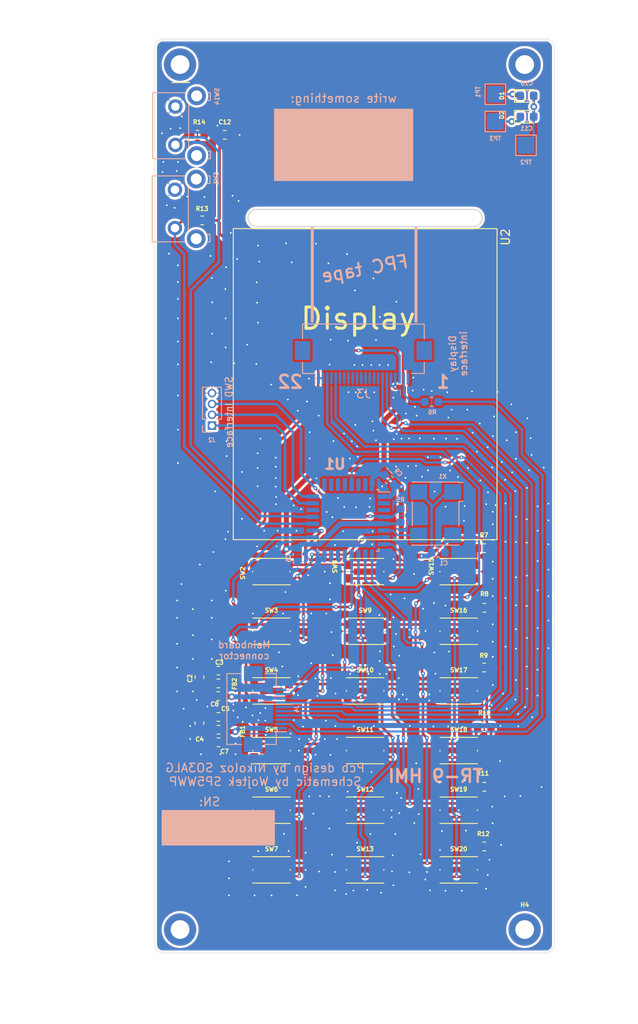
<source format=kicad_pcb>
(kicad_pcb (version 20221018) (generator pcbnew)
  (layers (0 "F.Cu" signal) (31 "B.Cu" signal) (34 "B.Paste" user) (35 "F.Paste" user) (36 "B.SilkS" user "B.Silkscreen") (37 "F.SilkS" user "F.Silkscreen") (38 "B.Mask" user) (39 "F.Mask" user) (44 "Edge.Cuts" user))
  (net 0 "")
  (net 1 "GND")
  (net 2 "+3V3")
  (net 3 "+5V")
  (net 4 "Net-(C7-Pad1)")
  (net 5 "Net-(C8-Pad1)")
  (net 6 "NRST")
  (net 7 "SWCLK")
  (net 8 "SWDIO")
  (net 9 "TFT_RST")
  (net 10 "SPI1_MOSI")
  (net 11 "SPI1_CS")
  (net 12 "SPI1_SCK")
  (net 13 "TX")
  (net 14 "TFT_LED")
  (net 15 "R6")
  (net 16 "R5")
  (net 17 "R4")
  (net 18 "R3")
  (net 19 "R2")
  (net 20 "R1")
  (net 21 "F1")
  (net 22 "F2")
  (net 23 "C1")
  (net 24 "C2")
  (net 25 "C3")
  (net 26 "Net-(U1-Pad31)")
  (net 27 "Net-(U1-Pad30)")
  (net 28 "Net-(U1-Pad28)")
  (net 29 "Net-(U1-Pad27)")
  (net 30 "Net-(U1-Pad26)")
  (net 31 "Net-(U1-Pad25)")
  (net 32 "Net-(U1-Pad15)")
  (net 33 "Net-(U1-Pad14)")
  (net 34 "OSC")
  (net 35 "Net-(U1-Pad3)")
  (net 36 "Net-(U1-Pad2)")
  (net 37 "Net-(U1-Pad22)")
  (net 38 "Net-(J3-Pad21)")
  (net 39 "Net-(C10-Pad2)")
  (net 40 "Net-(C10-Pad1)")
  (net 41 "Net-(C11-Pad2)")
  (footprint "Diode_SMD:D_0603_1608Metric" (layer "F.Cu") (at 162.0345 41.183)
    (fp_text reference "D1")
    (fp_text value "LED")
  )
  (footprint "Diode_SMD:D_0603_1608Metric" (layer "F.Cu") (at 162.0347 43.6214)
    (fp_text reference "D2")
    (fp_text value "LED")
  )
  (footprint "Inductor_SMD:L_0603_1608Metric" (layer "F.Cu") (at 125.75 110.1186 180)
    (fp_text reference "FB2")
    (fp_text value "Ferrite_Bead")
  )
  (footprint "Capacitor_SMD:C_0603_1608Metric" (layer "F.Cu") (at 125.75 114.0556)
    (fp_text reference "C5")
    (fp_text value "1u")
  )
  (footprint "Capacitor_SMD:C_0603_1608Metric" (layer "F.Cu") (at 125.7633 117.0274 180)
    (fp_text reference "C7")
    (fp_text value "100n")
  )
  (footprint "Capacitor_SMD:C_0603_1608Metric" (layer "F.Cu") (at 123.5282 109.382 -90)
    (fp_text reference "C2")
    (fp_text value "100n")
  )
  (footprint "Capacitor_SMD:C_0603_1608Metric" (layer "F.Cu") (at 125.7379 111.6172 180)
    (fp_text reference "C8")
    (fp_text value "100n")
  )
  (footprint "Inductor_SMD:L_0603_1608Metric" (layer "F.Cu") (at 125.7633 115.5542 180)
    (fp_text reference "FB1")
    (fp_text value "Ferrite_Bead")
  )
  (footprint "Capacitor_SMD:C_0603_1608Metric" (layer "F.Cu") (at 125.7633 108.62)
    (fp_text reference "C3")
    (fp_text value "1u")
  )
  (footprint "Capacitor_SMD:C_0603_1608Metric" (layer "F.Cu") (at 123.5282 114.7923 -90)
    (fp_text reference "C4")
    (fp_text value "100n")
  )
  (footprint "Resistor_SMD:R_0603_1608Metric" (layer "F.Cu") (at 157 122.25 180)
    (fp_text reference "R11")
    (fp_text value "47k")
  )
  (footprint "Resistor_SMD:R_0603_1608Metric" (layer "F.Cu") (at 157 129.25 180)
    (fp_text reference "R12")
    (fp_text value "47k")
  )
  (footprint "Button_Switch_SMD:SW_Push_1P1T_NO_CK_KMR2" (layer "F.Cu") (at 154 111)
    (fp_text reference "SW17")
    (fp_text value "SW_Push")
  )
  (footprint "Button_Switch_SMD:SW_Push_1P1T_NO_CK_KMR2" (layer "F.Cu") (at 154 125)
    (fp_text reference "SW19")
    (fp_text value "SW_Push")
  )
  (footprint "Button_Switch_SMD:SW_Push_1P1T_NO_CK_KMR2" (layer "F.Cu") (at 143 125)
    (fp_text reference "SW12")
    (fp_text value "SW_Push")
  )
  (footprint "Resistor_SMD:R_0603_1608Metric" (layer "F.Cu") (at 157 94.25 180)
    (fp_text reference "R7")
    (fp_text value "47k")
  )
  (footprint "Button_Switch_SMD:SW_Push_1P1T_NO_CK_KMR2" (layer "F.Cu") (at 131.99402 125)
    (fp_text reference "SW6")
    (fp_text value "SW_Push")
  )
  (footprint "Button_Switch_SMD:SW_Push_1P1T_NO_CK_KMR2" (layer "F.Cu") (at 131.99402 132)
    (fp_text reference "SW7")
    (fp_text value "SW_Push")
  )
  (footprint "Button_Switch_SMD:SW_Push_1P1T_NO_CK_KMR2" (layer "F.Cu") (at 132 111)
    (fp_text reference "SW4")
    (fp_text value "SW_Push")
  )
  (footprint "Resistor_SMD:R_0603_1608Metric" (layer "F.Cu") (at 157 115.25 180)
    (fp_text reference "R10")
    (fp_text value "47k")
  )
  (footprint "Button_Switch_SMD:SW_Push_1P1T_NO_CK_KMR2" (layer "F.Cu") (at 132 118)
    (fp_text reference "SW5")
    (fp_text value "SW_Push")
  )
  (footprint "Button_Switch_SMD:SW_Push_1P1T_NO_CK_KMR2" (layer "F.Cu") (at 143 111)
    (fp_text reference "SW10")
    (fp_text value "SW_Push")
  )
  (footprint "Button_Switch_SMD:SW_Push_1P1T_NO_CK_KMR2" (layer "F.Cu") (at 154 132)
    (fp_text reference "SW20")
    (fp_text value "SW_Push")
  )
  (footprint "Button_Switch_SMD:SW_Push_1P1T_NO_CK_KMR2" (layer "F.Cu") (at 131.99402 97)
    (fp_text reference "SW2")
    (fp_text value "SW_Push")
  )
  (footprint "Button_Switch_SMD:SW_Push_1P1T_NO_CK_KMR2" (layer "F.Cu") (at 131.99402 104)
    (fp_text reference "SW3")
    (fp_text value "SW_Push")
  )
  (footprint "Resistor_SMD:R_0603_1608Metric" (layer "F.Cu") (at 157 108.25 180)
    (fp_text reference "R9")
    (fp_text value "47k")
  )
  (footprint "Button_Switch_SMD:SW_Push_1P1T_NO_CK_KMR2" (layer "F.Cu") (at 143 104)
    (fp_text reference "SW9")
    (fp_text value "SW_Push")
  )
  (footprint "Button_Switch_SMD:SW_Push_1P1T_NO_CK_KMR2" (layer "F.Cu") (at 143 118)
    (fp_text reference "SW11")
    (fp_text value "SW_Push")
  )
  (footprint "Button_Switch_SMD:SW_Push_1P1T_NO_CK_KMR2" (layer "F.Cu") (at 154 118)
    (fp_text reference "SW18")
    (fp_text value "SW_Push")
  )
  (footprint "Button_Switch_SMD:SW_Push_1P1T_NO_CK_KMR2" (layer "F.Cu") (at 154 97)
    (fp_text reference "SW15")
    (fp_text value "SW_Push")
  )
  (footprint "Button_Switch_SMD:SW_Push_1P1T_NO_CK_KMR2" (layer "F.Cu") (at 143 132)
    (fp_text reference "SW13")
    (fp_text value "SW_Push")
  )
  (footprint "Resistor_SMD:R_0603_1608Metric" (layer "F.Cu") (at 123.2996 45.7296 180)
    (fp_text reference "R14")
    (fp_text value "47k")
  )
  (footprint "Resistor_SMD:R_0603_1608Metric" (layer "F.Cu") (at 123.8584 55.788 180)
    (fp_text reference "R13")
    (fp_text value "47k")
  )
  (footprint "Capacitor_SMD:C_0603_1608Metric" (layer "F.Cu") (at 126.5 45.75)
    (fp_text reference "C12")
    (fp_text value "1u")
  )
  (footprint "MountingHole:MountingHole_2.2mm_M2_ISO14580_Pad" (layer "F.Cu") (at 121.25 37.5)
    (fp_text reference "H2" hide)
    (fp_text value "M2")
  )
  (footprint "MountingHole:MountingHole_2.2mm_M2_ISO14580_Pad" (layer "F.Cu") (at 161.75 37.5)
    (fp_text reference "H3" hide)
    (fp_text value "M2")
  )
  (footprint "MountingHole:MountingHole_2.2mm_M2_ISO14580_Pad" (layer "F.Cu") (at 161.75 139)
    (fp_text reference "H4")
    (fp_text value "M2")
  )
  (footprint "HMI:DEM_128128A_TMH-PW-N" (layer "F.Cu") (at 143 75 180)
    (fp_text reference "U2")
    (fp_text value "DEM 128128A TMH-PW-N")
  )
  (footprint "Button_Switch_SMD:SW_Push_1P1T_NO_CK_KMR2" (layer "F.Cu") (at 143 97)
    (fp_text reference "SW8")
    (fp_text value "SW_Push")
  )
  (footprint "MountingHole:MountingHole_2.2mm_M2_ISO14580_Pad" (layer "F.Cu") (at 121.25 139)
    (fp_text reference "H1" hide)
    (fp_text value "M2")
  )
  (footprint "Resistor_SMD:R_0603_1608Metric" (layer "F.Cu") (at 157 101.25 180)
    (fp_text reference "R8")
    (fp_text value "47k")
  )
  (footprint "Button_Switch_SMD:SW_Push_1P1T_NO_CK_KMR2" (layer "F.Cu") (at 154 104)
    (fp_text reference "SW16")
    (fp_text value "SW_Push")
  )
  (footprint "Capacitor_SMD:C_0603_1608Metric" (layer "B.Cu") (at 162.0092 41.1322 180)
    (fp_text reference "C10")
    (fp_text value "100n")
  )
  (footprint "Capacitor_SMD:C_0603_1608Metric" (layer "B.Cu") (at 162.0092 43.6214 180)
    (fp_text reference "C11")
    (fp_text value "100n")
  )
  (footprint "TestPoint:TestPoint_Pad_2.0x2.0mm" (layer "B.Cu") (at 158.3008 40.9798)
    (fp_text reference "TP1")
    (fp_text value "TestPoint")
  )
  (footprint "TestPoint:TestPoint_Pad_2.0x2.0mm" (layer "B.Cu") (at 161.9076 46.9742)
    (fp_text reference "TP2")
    (fp_text value "TestPoint")
  )
  (footprint "TestPoint:TestPoint_Pad_2.0x2.0mm" (layer "B.Cu") (at 158.3008 44.1802)
    (fp_text reference "TP3")
    (fp_text value "TestPoint")
  )
  (footprint "Connector_PinHeader_1.27mm:PinHeader_1x04_P1.27mm_Vertical" (layer "B.Cu") (at 125 79.8672)
    (fp_text reference "J2")
    (fp_text value "SWD")
  )
  (footprint "Capacitor_SMD:C_0603_1608Metric" (layer "B.Cu") (at 135.0598 95.0183 -90)
    (fp_text reference "C6")
    (fp_text value "1u" hide)
  )
  (footprint "Oscillator:Oscillator_SMD_Abracon_ASV-4Pin_7.0x5.1mm" (layer "B.Cu") (at 151.2838 90.1923 -90)
    (fp_text reference "X1")
    (fp_text value "ASV-4.000MHZ-EJ-T" hide)
  )
  (footprint "Resistor_SMD:R_0603_1608Metric" (layer "B.Cu") (at 147.1502 90.4208 90)
    (fp_text reference "R5")
    (fp_text value "10k")
  )
  (footprint "Package_QFP:LQFP-32_7x7mm_P0.8mm" (layer "B.Cu") (at 141.0128 90.9797 180)
    (fp_text reference "U1")
    (fp_text value "STM32L011K4Tx" hide)
  )
  (footprint "Capacitor_SMD:C_0603_1608Metric" (layer "B.Cu") (at 145.831353 86.231853 135)
    (fp_text reference "C9")
    (fp_text value "1u")
  )
  (footprint "Capacitor_SMD:C_0603_1608Metric" (layer "B.Cu") (at 151.5953 94.7643)
    (fp_text reference "C1")
    (fp_text value "10n" hide)
  )
  (footprint "Button_Switch_THT:SW_Tactile_SKHH_Angled" (layer "B.Cu") (at 120.698 42.4276 -90)
    (fp_text reference "SW14")
    (fp_text value "SW_Push")
  )
  (footprint "Button_Switch_THT:SW_Tactile_SKHH_Angled" (layer "B.Cu") (at 120.6472 52.1866 -90)
    (fp_text reference "SW1")
    (fp_text value "SW_Push")
  )
  (footprint "Resistor_SMD:R_0603_1608Metric" (layer "B.Cu") (at 150.8079 77.0732 180)
    (fp_text reference "R6")
    (fp_text value "47R")
  )
  (footprint "Connector_FFC-FPC:Hirose_FH12-22S-0.5SH_1x22-1MP_P0.50mm_Horizontal" (layer "B.Cu") (at 142.794 72.4504)
    (fp_text reference "J3")
    (fp_text value "FH12-22S-0.5SH")
  )
  (footprint "Connector_FFC-FPC:Hirose_FH12-10S-0.5SH_1x10-1MP_P0.50mm_Horizontal" (layer "B.Cu") (at 131.254 113.1264 90)
    (fp_text reference "J4")
    (fp_text value "RIBBON")
  )
  (gr_line (start 148.979 67.6244) (end 148.979 56.7024) (stroke (width 0.35)) (layer "B.SilkS"))
  (gr_poly (pts (xy 148.598 51.1144) (xy 132.342 51.1144) (xy 132.342 42.7324) (xy 148.598 42.7324)) (stroke (width 0.1)) (fill solid) (layer "B.SilkS"))
  (gr_line (start 136.787 67.6244) (end 136.787 56.7024) (stroke (width 0.35)) (layer "B.SilkS"))
  (gr_poly (pts (xy 132.342 129.0924) (xy 119.134 129.0924) (xy 119.134 125.0284) (xy 132.342 125.0284)) (stroke (width 0.1)) (fill solid) (layer "B.SilkS"))
  (gr_line (start 120.3278 39.6082) (end 122.3598 39.6082) (stroke (width 0.12)) (layer "F.SilkS"))
  (gr_line (start 165.25 35.5) (end 165.25 140.75) (stroke (width 0.05)) (layer "Edge.Cuts"))
  (gr_line (start 119.25 34.5) (end 164.25 34.5) (stroke (width 0.05)) (layer "Edge.Cuts"))
  (gr_line (start 164.25 141.75) (end 119.25 141.75) (stroke (width 0.05)) (layer "Edge.Cuts"))
  (gr_line (start 118.25 35.5) (end 118.25 140.75) (stroke (width 0.05)) (layer "Edge.Cuts"))
  (gr_arc (start 155.75 54.5) (mid 156.75 55.5) (end 155.75 56.5) (stroke (width 0.12)) (layer "Edge.Cuts"))
  (gr_arc (start 164.25 34.5) (mid 164.957107 34.792893) (end 165.25 35.5) (stroke (width 0.05)) (layer "Edge.Cuts"))
  (gr_arc (start 165.25 140.75) (mid 164.957107 141.457107) (end 164.25 141.75) (stroke (width 0.05)) (layer "Edge.Cuts"))
  (gr_arc (start 119.25 141.75) (mid 118.542893 141.457107) (end 118.25 140.75) (stroke (width 0.05)) (layer "Edge.Cuts"))
  (gr_line (start 155.75 54.5) (end 130.25 54.5) (stroke (width 0.12)) (layer "Edge.Cuts"))
  (gr_line (start 130.25 56.5) (end 155.75 56.5) (stroke (width 0.12)) (layer "Edge.Cuts"))
  (gr_arc (start 118.25 35.5) (mid 118.542893 34.792893) (end 119.25 34.5) (stroke (width 0.05)) (layer "Edge.Cuts"))
  (gr_arc (start 130.25 56.5) (mid 129.25 55.5) (end 130.25 54.5) (stroke (width 0.12)) (layer "Edge.Cuts"))
  (gr_text "1" (at 152.154 74.7364) (layer "B.SilkS") (effects (font (size 1.5 1.5) (thickness 0.3)) (justify mirror)))
  (gr_text "22\n" (at 134.1835 74.7364) (layer "B.SilkS") (effects (font (size 1.5 1.5) (thickness 0.3)) (justify mirror)))
  (gr_text "FPC tape" (at 142.9465 61.4649 10) (layer "B.SilkS") (effects (font (size 1.5 1.5) (thickness 0.25)) (justify mirror)))
  (gr_text "TR-9 HMI" (at 151.265 120.9898) (layer "B.SilkS") (effects (font (size 1.5 1.5) (thickness 0.3)) (justify mirror)))
  (gr_text "Mainboard\nconnector" (at 128.786 106.2324) (layer "B.SilkS") (effects (font (size 0.8 0.8)) (justify mirror)))
  (gr_text "Pcb design by Nikoloz SO3ALG\nSchematic by Wojtek SP5WWP" (at 131.2498 120.8374) (layer "B.SilkS") (effects (font (size 1 1)) (justify mirror)))
  (gr_text "Display\ninterface" (at 153.932 71.4344 90) (layer "B.SilkS") (effects (font (size 0.8 0.8)) (justify mirror)))
  (gr_text "SN:\n" (at 124.722 124.0124) (layer "B.SilkS") (effects (font (size 1 1)) (justify mirror)))
  (gr_text "write something:" (at 140.47 41.4624) (layer "B.SilkS") (effects (font (size 1 1)) (justify mirror)))
  (gr_text "SWD Interface" (at 127 78.2924 90) (layer "B.SilkS") (effects (font (size 0.8 0.8)) (justify mirror)))
  (gr_text "Display" (at 142.1845 67.3069) (layer "F.SilkS") (effects (font (size 2.5 2.5) (thickness 0.35))))
  (via (at 152.4334 100.9873) (size 0.45) (drill 0.2) (layers "F.Cu" "B.Cu") (net 1))
  (via (at 135.0852 78.1273) (size 0.45) (drill 0.2) (layers "F.Cu" "B.Cu") (net 1))
  (via (at 136.1774 77.0351) (size 0.45) (drill 0.2) (layers "F.Cu" "B.Cu") (net 1))
  (via (at 152.9668 85.1377) (size 0.45) (drill 0.2) (layers "F.Cu" "B.Cu") (net 1))
  (via (at 126.5762 93.1895) (size 0.45) (drill 0.2) (layers "F.Cu" "B.Cu") (net 1))
  (via (at 126.881 92.3259) (size 0.45) (drill 0.2) (layers "F.Cu" "B.Cu") (net 1))
  (via (at 146.3374 95.5263) (size 0.45) (drill 0.2) (layers "F.Cu" "B.Cu") (net 1))
  (via (at 151.1634 87.6015) (size 0.45) (drill 0.2) (layers "F.Cu" "B.Cu") (net 1))
  (via (at 143.58404 88.41938) (size 0.45) (drill 0.2) (layers "F.Cu" "B.Cu") (net 1))
  (via (at 139.14158 90.6114) (size 0.45) (drill 0.2) (layers "F.Cu" "B.Cu") (net 1))
  (via (at 141.8416 79.7783) (size 0.45) (drill 0.2) (layers "F.Cu" "B.Cu") (net 1))
  (via (at 143.8482 79.3592) (size 0.45) (drill 0.2) (layers "F.Cu" "B.Cu") (net 1))
  (via (at 148.15096 81.37596) (size 0.45) (drill 0.2) (layers "F.Cu" "B.Cu") (net 1))
  (via (at 154.6178 91.0305) (size 0.45) (drill 0.2) (layers "F.Cu" "B.Cu") (net 1))
  (via (at 154.694 89.3033) (size 0.45) (drill 0.2) (layers "F.Cu" "B.Cu") (net 1))
  (via (at 130.691 81.3912) (size 0.45) (drill 0.2) (layers "F.Cu" "B.Cu") (net 1))
  (via (at 137.549 78.6861) (size 0.45) (drill 0.2) (layers "F.Cu" "B.Cu") (net 1))
  (via (at 146.64982 84.67288) (size 0.45) (drill 0.2) (layers "F.Cu" "B.Cu") (net 1))
  (via (at 148.0519 84.63986) (size 0.45) (drill 0.2) (layers "F.Cu" "B.Cu") (net 1))
  (via (at 141.92796 89.4684) (size 0.45) (drill 0.2) (layers "F.Cu" "B.Cu") (net 1))
  (via (at 139.2762 81.6833) (size 0.45) (drill 0.2) (layers "F.Cu" "B.Cu") (net 1))
  (via (at 128.532 90.8019) (size 0.45) (drill 0.2) (layers "F.Cu" "B.Cu") (net 1))
  (via (at 133.9168 76.8065) (size 0.45) (drill 0.2) (layers "F.Cu" "B.Cu") (net 1))
  (via (at 148.979 84.5789) (size 0.45) (drill 0.2) (layers "F.Cu" "B.Cu") (net 1))
  (via (at 150.4014 85.1123) (size 0.45) (drill 0.2) (layers "F.Cu" "B.Cu") (net 1))
  (via (at 130.2084 72.6409) (size 0.45) (drill 0.2) (layers "F.Cu" "B.Cu") (net 1))
  (via (at 127.5922 72.5647) (size 0.45) (drill 0.2) (layers "F.Cu" "B.Cu") (net 1))
  (via (at 140.5462 89.40744) (size 0.45) (drill 0.2) (layers "F.Cu" "B.Cu") (net 1))
  (via (at 139.80706 88.36096) (size 0.45) (drill 0.2) (layers "F.Cu" "B.Cu") (net 1))
  (via (at 143.51292 89.40744) (size 0.45) (drill 0.2) (layers "F.Cu" "B.Cu") (net 1))
  (via (at 136.4822 83.7153) (size 0.45) (drill 0.2) (layers "F.Cu" "B.Cu") (net 1))
  (via (at 136.4822 80.6419) (size 0.45) (drill 0.2) (layers "F.Cu" "B.Cu") (net 1))
  (via (at 153.9066 85.8997) (size 0.45) (drill 0.2) (layers "F.Cu" "B.Cu") (net 1))
  (via (at 138.47356 90.00434) (size 0.45) (drill 0.2) (layers "F.Cu" "B.Cu") (net 1))
  (via (at 147.26958 81.39882) (size 0.45) (drill 0.2) (layers "F.Cu" "B.Cu") (net 1))
  (via (at 141.20406 83.73054) (size 0.45) (drill 0.2) (layers "F.Cu" "B.Cu") (net 1))
  (via (at 137.2696 86.0521) (size 0.45) (drill 0.2) (layers "F.Cu" "B.Cu") (net 1))
  (via (at 154 125) (size 0.45) (drill 0.2) (layers "F.Cu" "B.Cu") (net 1))
  (via (at 149.42604 81.36326) (size 0.45) (drill 0.2) (layers "F.Cu" "B.Cu") (net 1))
  (via (at 151.07958 81.39882) (size 0.45) (drill 0.2) (layers "F.Cu" "B.Cu") (net 1))
  (via (at 146.36534 81.45978) (size 0.45) (drill 0.2) (layers "F.Cu" "B.Cu") (net 1))
  (via (at 143.9752 80.4641) (size 0.45) (drill 0.2) (layers "F.Cu" "B.Cu") (net 1))
  (via (at 149.6902 85.8489) (size 0.45) (drill 0.2) (layers "F.Cu" "B.Cu") (net 1))
  (via (at 147.7344 86.0013) (size 0.45) (drill 0.2) (layers "F.Cu" "B.Cu") (net 1))
  (via (at 152.5096 81.38612) (size 0.45) (drill 0.2) (layers "F.Cu" "B.Cu") (net 1))
  (via (at 153.80754 81.41152) (size 0.45) (drill 0.2) (layers "F.Cu" "B.Cu") (net 1))
  (via (at 131.961 75.0539) (size 0.45) (drill 0.2) (layers "F.Cu" "B.Cu") (net 1))
  (via (at 152.4588 89.3795) (size 0.45) (drill 0.2) (layers "F.Cu" "B.Cu") (net 1))
  (via (at 127.4144 52.8924) (size 0.45) (drill 0.2) (layers "F.Cu" "B.Cu") (net 1))
  (via (at 141.8924 75.9556) (size 0.45) (drill 0.2) (layers "F.Cu" "B.Cu") (net 1))
  (via (at 143.01 75.9556) (size 0.45) (drill 0.2) (layers "F.Cu" "B.Cu") (net 1))
  (via (at 144.0768 75.9556) (size 0.45) (drill 0.2) (layers "F.Cu" "B.Cu") (net 1))
  (via (at 141.0415 75.9429) (size 0.45) (drill 0.2) (layers "F.Cu" "B.Cu") (net 1))
  (via (at 145.7024 72.7552) (size 0.45) (drill 0.2) (layers "F.Cu" "B.Cu") (net 1))
  (via (at 144.6864 72.7552) (size 0.45) (drill 0.2) (layers "F.Cu" "B.Cu") (net 1))
  (via (at 143.7212 72.7552) (size 0.45) (drill 0.2) (layers "F.Cu" "B.Cu") (net 1))
  (via (at 142.7052 72.7552) (size 0.45) (drill 0.2) (layers "F.Cu" "B.Cu") (net 1))
  (via (at 141.74 72.7552) (size 0.45) (drill 0.2) (layers "F.Cu" "B.Cu") (net 1))
  (via (at 157.996 105.2164) (size 0.45) (drill 0.2) (layers "F.Cu" "B.Cu") (net 1))
  (via (at 157.996 103.1844) (size 0.45) (drill 0.2) (layers "F.Cu" "B.Cu") (net 1))
  (via (at 157.996 95.8184) (size 0.45) (drill 0.2) (layers "F.Cu" "B.Cu") (net 1))
  (via (at 157.996 99.8824) (size 0.45) (drill 0.2) (layers "F.Cu" "B.Cu") (net 1))
  (via (at 157.996 97.8504) (size 0.45) (drill 0.2) (layers "F.Cu" "B.Cu") (net 1))
  (via (at 145 87) (size 0.45) (drill 0.2) (layers "F.Cu" "B.Cu") (net 1))
  (via (at 138.25 97) (size 0.45) (drill 0.2) (layers "F.Cu" "B.Cu") (net 1))
  (via (at 149 119.5) (size 0.45) (drill 0.2) (layers "F.Cu" "B.Cu") (net 1))
  (via (at 149.25 122.5) (size 0.45) (drill 0.2) (layers "F.Cu" "B.Cu") (net 1))
  (via (at 143.75 120.5) (size 0.45) (drill 0.2) (layers "F.Cu" "B.Cu") (net 1))
  (via (at 154.75 121.5) (size 0.45) (drill 0.2) (layers "F.Cu" "B.Cu") (net 1))
  (via (at 151.75 121.75) (size 0.45) (drill 0.2) (layers "F.Cu" "B.Cu") (net 1))
  (via (at 162.0092 104.7846) (size 0.45) (drill 0.2) (layers "F.Cu" "B.Cu") (net 1))
  (via (at 160.663 87.5634) (size 0.45) (drill 0.2) (layers "F.Cu" "B.Cu") (net 1))
  (via (at 163.7364 122.2852) (size 0.45) (drill 0.2) (layers "F.Cu" "B.Cu") (net 1))
  (via (at 120.912 100.3904) (size 0.45) (drill 0.2) (layers "F.Cu" "B.Cu") (net 1))
  (via (at 128.6082 114.6398) (size 0.45) (drill 0.2) (layers "F.Cu" "B.Cu") (net 1))
  (via (at 128.1256 53.502) (size 0.45) (drill 0.2) (layers "F.Cu" "B.Cu") (net 1))
  (via (at 129.1416 70.3676) (size 0.45) (drill 0.2) (layers "F.Cu" "B.Cu") (net 1))
  (via (at 142.1464 83.5248) (size 0.45) (drill 0.2) (layers "F.Cu" "B.Cu") (net 1))
  (via (at 163.2538 108.5184) (size 0.45) (drill 0.2) (layers "F.Cu" "B.Cu") (net 1))
  (via (at 139.708 116.6464) (size 0.45) (drill 0.2) (layers "F.Cu" "B.Cu") (net 1))
  (via (at 158.3135 89.2144) (size 0.45) (drill 0.2) (layers "F.Cu" "B.Cu") (net 1))
  (via (at 150.0712 133.131) (size 0.45) (drill 0.2) (layers "F.Cu" "B.Cu") (net 1))
  (via (at 130.31 94.0404) (size 0.45) (drill 0.2) (layers "F.Cu" "B.Cu") (net 1))
  (via (at 134 129.7782) (size 0.45) (drill 0.2) (layers "F.Cu" "B.Cu") (net 1))
  (via (at 132.8754 106.461) (size 0.45) (drill 0.2) (layers "F.Cu" "B.Cu") (net 1))
  (via (at 138.946 69.7834) (size 0.45) (drill 0.2) (layers "F.Cu" "B.Cu") (net 1))
  (via (at 148.7758 126.5016) (size 0.45) (drill 0.2) (layers "F.Cu" "B.Cu") (net 1))
  (via (at 129.7512 113.8778) (size 0.45) (drill 0.2) (layers "F.Cu" "B.Cu") (net 1))
  (via (at 156.472 79.6259) (size 0.45) (drill 0.2) (layers "F.Cu" "B.Cu") (net 1))
  (via (at 127.9605 60.3219) (size 0.45) (drill 0.2) (layers "F.Cu" "B.Cu") (net 1))
  (via (at 140.8764 59.7504) (size 0.45) (drill 0.2) (layers "F.Cu" "B.Cu") (net 1))
  (via (at 136.4314 123.3774) (size 0.45) (drill 0.2) (layers "F.Cu" "B.Cu") (net 1))
  (via (at 139.0984 130.21) (size 0.45) (drill 0.2) (layers "F.Cu" "B.Cu") (net 1))
  (via (at 149.5124 130.1846) (size 0.45) (drill 0.2) (layers "F.Cu" "B.Cu") (net 1))
  (via (at 162.568 83.2962) (size 0.45) (drill 0.2) (layers "F.Cu" "B.Cu") (net 1))
  (via (at 152.662 75.9556) (size 0.45) (drill 0.2) (layers "F.Cu" "B.Cu") (net 1))
  (via (at 157.234 89.0874) (size 0.45) (drill 0.2) (layers "F.Cu" "B.Cu") (net 1))
  (via (at 152.4334 134.4518) (size 0.45) (drill 0.2) (layers "F.Cu" "B.Cu") (net 1))
  (via (at 152.027 127.4414) (size 0.45) (drill 0.2) (layers "F.Cu" "B.Cu") (net 1))
  (via (at 138.8698 98.3584) (size 0.45) (drill 0.2) (layers "F.Cu" "B.Cu") (net 1))
  (via (at 124.976 62.5444) (size 0.45) (drill 0.2) (layers "F.Cu" "B.Cu") (net 1))
  (via (at 155.5576 75.854) (size 0.45) (drill 0.2) (layers "F.Cu" "B.Cu") (net 1))
  (via (at 159.5 89) (size 0.45) (drill 0.2) (layers "F.Cu" "B.Cu") (net 1))
  (via (at 160.7265 80.6419) (size 0.45) (drill 0.2) (layers "F.Cu" "B.Cu") (net 1))
  (via (at 155.6465 80.7054) (size 0.45) (drill 0.2) (layers "F.Cu" "B.Cu") (net 1))
  (via (at 159.2025 111.3124) (size 0.45) (drill 0.2) (layers "F.Cu" "B.Cu") (net 1))
  (via (at 136.406 116.6464) (size 0.45) (drill 0.2) (layers "F.Cu" "B.Cu") (net 1))
  (via (at 134.25 116) (size 0.45) (drill 0.2) (layers "F.Cu" "B.Cu") (net 1))
  (via (at 157.996 93.2784) (size 0.45) (drill 0.2) (layers "F.Cu" "B.Cu") (net 1))
  (via (at 139.0476 104.0988) (size 0.45) (drill 0.2) (layers "F.Cu" "B.Cu") (net 1))
  (via (at 124.1124 53.0448) (size 0.45) (drill 0.2) (layers "F.Cu" "B.Cu") (net 1))
  (via (at 125.6364 44.6628) (size 0.45) (drill 0.2) (layers "F.Cu" "B.Cu") (net 1))
  (via (at 131.2752 114.4874) (size 0.45) (drill 0.2) (layers "F.Cu" "B.Cu") (net 1))
  (via (at 158.5548 75.9048) (size 0.45) (drill 0.2) (layers "F.Cu" "B.Cu") (net 1))
  (via (at 132.4944 86.014) (size 0.45) (drill 0.2) (layers "F.Cu" "B.Cu") (net 1))
  (via (at 162.441 81.3404) (size 0.45) (drill 0.2) (layers "F.Cu" "B.Cu") (net 1))
  (via (at 135.4662 89.6716) (size 0.45) (drill 0.2) (layers "F.Cu" "B.Cu") (net 1))
  (via (at 163.2665 92.1989) (size 0.45) (drill 0.2) (layers "F.Cu" "B.Cu") (net 1))
  (via (at 130.3608 84.8456) (size 0.45) (drill 0.2) (layers "F.Cu" "B.Cu") (net 1))
  (via (at 152.8652 106.3848) (size 0.45) (drill 0.2) (layers "F.Cu" "B.Cu") (net 1))
  (via (at 147.0232 125.3332) (size 0.45) (drill 0.2) (layers "F.Cu" "B.Cu") (net 1))
  (via (at 157.996 91.4369) (size 0.45) (drill 0.2) (layers "F.Cu" "B.Cu") (net 1))
  (via (at 127 135) (size 0.45) (drill 0.2) (layers "F.Cu" "B.Cu") (net 1))
  (via (at 126.7032 81.696) (size 0.45) (drill 0.2) (layers "F.Cu" "B.Cu") (net 1))
  (via (at 119.9468 59.6996) (size 0.45) (drill 0.2) (layers "F.Cu" "B.Cu") (net 1))
  (via (at 139.5175 111.3124) (size 0.45) (drill 0.2) (layers "F.Cu" "B.Cu") (net 1))
  (via (at 143.8228 93.7864) (size 0.45) (drill 0.2) (layers "F.Cu" "B.Cu") (net 1))
  (via (at 138.7936 127.1366) (size 0.45) (drill 0.2) (layers "F.Cu" "B.Cu") (net 1))
  (via (at 146.7438 122.971) (size 0.45) (drill 0.2) (layers "F.Cu" "B.Cu") (net 1))
  (via (at 130.4116 58.7344) (size 0.45) (drill 0.2) (layers "F.Cu" "B.Cu") (net 1))
  (via (at 128.9892 112.938) (size 0.45) (drill 0.2) (layers "F.Cu" "B.Cu") (net 1))
  (via (at 157.9452 124.5712) (size 0.45) (drill 0.2) (layers "F.Cu" "B.Cu") (net 1))
  (via (at 121.674 113.0904) (size 0.45) (drill 0.2) (layers "F.Cu" "B.Cu") (net 1))
  (via (at 157.9706 126.527) (size 0.45) (drill 0.2) (layers "F.Cu" "B.Cu") (net 1))
  (via (at 141.25 109) (size 0.45) (drill 0.2) (layers "F.Cu" "B.Cu") (net 1))
  (via (at 129.802 101.9144) (size 0.45) (drill 0.2) (layers "F.Cu" "B.Cu") (net 1))
  (via (at 150.2744 132.242) (size 0.45) (drill 0.2) (layers "F.Cu" "B.Cu") (net 1))
  (via (at 161.806 112.8999) (size 0.45) (drill 0.2) (layers "F.Cu" "B.Cu") (net 1))
  (via (at 160.7265 93.5324) (size 0.45) (drill 0.2) (layers "F.Cu" "B.Cu") (net 1))
  (via (at 126.6524 61.2744) (size 0.45) (drill 0.2) (layers "F.Cu" "B.Cu") (net 1))
  (via (at 137.2188 58.5312) (size 0.45) (drill 0.2) (layers "F.Cu" "B.Cu") (net 1))
  (via (at 146.312 76.5779) (size 0.45) (drill 0.2) (layers "F.Cu" "B.Cu") (net 1))
  (via (at 130.31 65.44) (size 0.45) (drill 0.2) (layers "F.Cu" "B.Cu") (net 1))
  (via (at 122.436 115.1224) (size 0.45) (drill 0.2) (layers "F.Cu" "B.Cu") (net 1))
  (via (at 121.0136 48.93) (size 0.45) (drill 0.2) (layers "F.Cu" "B.Cu") (net 1))
  (via (at 164.5365 102.7399) (size 0.45) (drill 0.2) (layers "F.Cu" "B.Cu") (net 1))
  (via (at 164.5365 89.0239) (size 0.45) (drill 0.2) (layers "F.Cu" "B.Cu") (net 1))
  (via (at 121 70) (size 0.45) (drill 0.2) (layers "F.Cu" "B.Cu") (net 1))
  (via (at 148.25 115.097) (size 0.45) (drill 0.2) (layers "F.Cu" "B.Cu") (net 1))
  (via (at 160.7265 83.7534) (size 0.45) (drill 0.2) (layers "F.Cu" "B.Cu") (net 1))
  (via (at 159.393 123.3774) (size 0.45) (drill 0.2) (layers "F.Cu" "B.Cu") (net 1))
  (via (at 157.615 130.8196) (size 0.45) (drill 0.2) (layers "F.Cu" "B.Cu") (net 1))
  (via (at 144 115.1224) (size 0.45) (drill 0.2) (layers "F.Cu" "B.Cu") (net 1))
  (via (at 146.6676 65.3384) (size 0.45) (drill 0.2) (layers "F.Cu" "B.Cu") (net 1))
  (via (at 137.7014 123.352) (size 0.45) (drill 0.2) (layers "F.Cu" "B.Cu") (net 1))
  (via (at 120.912 102.4224) (size 0.45) (drill 0.2) (layers "F.Cu" "B.Cu") (net 1))
  (via (at 124.468 112.8364) (size 0.45) (drill 0.2) (layers "F.Cu" "B.Cu") (net 1))
  (via (at 119.2864 48.93) (size 0.45) (drill 0.2) (layers "F.Cu" "B.Cu") (net 1))
  (via (at 161.9965 101.0254) (size 0.45) (drill 0.2) (layers "F.Cu" "B.Cu") (net 1))
  (via (at 136 134) (size 0.45) (drill 0.2) (layers "F.Cu" "B.Cu") (net 1))
  (via (at 130.4116 67.7768) (size 0.45) (drill 0.2) (layers "F.Cu" "B.Cu") (net 1))
  (via (at 141.7908 123.4282) (size 0.45) (drill 0.2) (layers "F.Cu" "B.Cu") (net 1))
  (via (at 126.6016 67.2942) (size 0.45) (drill 0.2) (layers "F.Cu" "B.Cu") (net 1))
  (via (at 139.454 132.242) (size 0.45) (drill 0.2) (layers "F.Cu" "B.Cu") (net 1))
  (via (at 162.6442 114.081) (size 0.45) (drill 0.2) (layers "F.Cu" "B.Cu") (net 1))
  (via (at 121 72.6764) (size 0.45) (drill 0.2) (layers "F.Cu" "B.Cu") (net 1))
  (via (at 132.5198 89.0874) (size 0.45) (drill 0.2) (layers "F.Cu" "B.Cu") (net 1))
  (via (at 159.4565 86.2299) (size 0.45) (drill 0.2) (layers "F.Cu" "B.Cu") (net 1))
  (via (at 130.4624 114.4366) (size 0.45) (drill 0.2) (layers "F.Cu" "B.Cu") (net 1))
  (via (at 135.2122 118) (size 0.45) (drill 0.2) (layers "F.Cu" "B.Cu") (net 1))
  (via (at 121 61.0712) (size 0.45) (drill 0.2) (layers "F.Cu" "B.Cu") (net 1))
  (via (at 120.15 45.0184) (size 0.45) (drill 0.2) (layers "F.Cu" "B.Cu") (net 1))
  (via (at 160.9932 113.7) (size 0.45) (drill 0.2) (layers "F.Cu" "B.Cu") (net 1))
  (via (at 139.2 106.7912) (size 0.45) (drill 0.2) (layers "F.Cu" "B.Cu") (net 1))
  (via (at 132.5452 88.2492) (size 0.45) (drill 0.2) (layers "F.Cu" "B.Cu") (net 1))
  (via (at 151.8492 83.5756) (size 0.45) (drill 0.2) (layers "F.Cu" "B.Cu") (net 1))
  (via (at 134.374 60.7156) (size 0.45) (drill 0.2) (layers "F.Cu" "B.Cu") (net 1))
  (via (at 149.3092 125.4602) (size 0.45) (drill 0.2) (layers "F.Cu" "B.Cu") (net 1))
  (via (at 125.1538 94.7008) (size 0.45) (drill 0.2) (layers "F.Cu" "B.Cu") (net 1))
  (via (at 158.9 115.1) (size 0.45) (drill 0.2) (layers "F.Cu" "B.Cu") (net 1))
  (via (at 161.9965 87.1824) (size 0.45) (drill 0.2) (layers "F.Cu" "B.Cu") (net 1))
  (via (at 123.198 112.0744) (size 0.45) (drill 0.2) (layers "F.Cu" "B.Cu") (net 1))
  (via (at 135 134.9852) (size 0.45) (drill 0.2) (layers "F.Cu" "B.Cu") (net 1))
  (via (at 149.0552 78.6988) (size 0.45) (drill 0.2) (layers "F.Cu" "B.Cu") (net 1))
  (via (at 163.2665 89.3414) (size 0.45) (drill 0.2) (layers "F.Cu" "B.Cu") (net 1))
  (via (at 151.011 115.1732) (size 0.45) (drill 0.2) (layers "F.Cu" "B.Cu") (net 1))
  (via (at 135.9996 130) (size 0.45) (drill 0.2) (layers "F.Cu" "B.Cu") (net 1))
  (via (at 128.25 45.75) (size 0.45) (drill 0.2) (layers "F.Cu" "B.Cu") (net 1))
  (via (at 146.3755 105.7879) (size 0.45) (drill 0.2) (layers "F.Cu" "B.Cu") (net 1))
  (via (at 148.1916 132.2928) (size 0.45) (drill 0.2) (layers "F.Cu" "B.Cu") (net 1))
  (via (at 157.996 81.0864) (size 0.45) (drill 0.2) (layers "F.Cu" "B.Cu") (net 1))
  (via (at 147.7852 78.4448) (size 0.45) (drill 0.2) (layers "F.Cu" "B.Cu") (net 1))
  (via (at 124.8236 59.9536) (size 0.45) (drill 0.2) (layers "F.Cu" "B.Cu") (net 1))
  (via (at 144.28 69.8088) (size 0.45) (drill 0.2) (layers "F.Cu" "B.Cu") (net 1))
  (via (at 121 67.2916) (size 0.45) (drill 0.2) (layers "F.Cu" "B.Cu") (net 1))
  (via (at 128.532 85.3028) (size 0.45) (drill 0.2) (layers "F.Cu" "B.Cu") (net 1))
  (via (at 127.77 118.4244) (size 0.45) (drill 0.2) (layers "F.Cu" "B.Cu") (net 1))
  (via (at 151.138 106.4864) (size 0.45) (drill 0.2) (layers "F.Cu" "B.Cu") (net 1))
  (via (at 161.9965 108.1374) (size 0.45) (drill 0.2) (layers "F.Cu" "B.Cu") (net 1))
  (via (at 127.516 113.319) (size 0.45) (drill 0.2) (layers "F.Cu" "B.Cu") (net 1))
  (via (at 133.6374 99.3998) (size 0.45) (drill 0.2) (layers "F.Cu" "B.Cu") (net 1))
  (via (at 120.6072 54.3148) (size 0.45) (drill 0.2) (layers "F.Cu" "B.Cu") (net 1))
  (via (at 152.789 78.9274) (size 0.45) (drill 0.2) (layers "F.Cu" "B.Cu") (net 1))
  (via (at 120.912 105.4704) (size 0.45) (drill 0.2) (layers "F.Cu" "B.Cu") (net 1))
  (via (at 148.7504 97.2916) (size 0.45) (drill 0.2) (layers "F.Cu" "B.Cu") (net 1))
  (via (at 146.0072 99.6919) (size 0.45) (drill 0.2) (layers "F.Cu" "B.Cu") (net 1))
  (via (at 150.0966 103.9718) (size 0.45) (drill 0.2) (layers "F.Cu" "B.Cu") (net 1))
  (via (at 163.2665 99.1839) (size 0.45) (drill 0.2) (layers "F.Cu" "B.Cu") (net 1))
  (via (at 132.596 94.0404) (size 0.45) (drill 0.2) (layers "F.Cu" "B.Cu") (net 1))
  (via (at 142.0448 82.3056) (size 0.45) (drill 0.2) (layers "F.Cu" "B.Cu") (net 1))
  (via (at 154.9988 77.9876) (size 0.45) (drill 0.2) (layers "F.Cu" "B.Cu") (net 1))
  (via (at 158.8596 119.2372) (size 0.45) (drill 0.2) (layers "F.Cu" "B.Cu") (net 1))
  (via (at 143.391 109) (size 0.45) (drill 0.2) (layers "F.Cu" "B.Cu") (net 1))
  (via (at 133.7136 58.4804) (size 0.45) (drill 0.2) (layers "F.Cu" "B.Cu") (net 1))
  (via (at 146.1088 125.8412) (size 0.45) (drill 0.2) (layers "F.Cu" "B.Cu") (net 1))
  (via (at 157.996 110.2964) (size 0.45) (drill 0.2) (layers "F.Cu" "B.Cu") (net 1))
  (via (at 136.406 74.3554) (size 0.45) (drill 0.2) (layers "F.Cu" "B.Cu") (net 1))
  (via (at 158.9866 129.067) (size 0.45) (drill 0.2) (layers "F.Cu" "B.Cu") (net 1))
  (via (at 159.0755 84.1344) (size 0.45) (drill 0.2) (layers "F.Cu" "B.Cu") (net 1))
  (via (at 136.66 101.9144) (size 0.45) (drill 0.2) (layers "F.Cu" "B.Cu") (net 1))
  (via (at 126.5762 63.8398) (size 0.45) (drill 0.2) (layers "F.Cu" "B.Cu") (net 1))
  (via (at 138.7428 123.3774) (size 0.45) (drill 0.2) (layers "F.Cu" "B.Cu") (net 1))
  (via (at 157.4372 87.6904) (size 0.45) (drill 0.2) (layers "F.Cu" "B.Cu") (net 1))
  (via (at 122.7535 111.0584) (size 0.45) (drill 0.2) (layers "F.Cu" "B.Cu") (net 1))
  (via (at 156.5355 86.2934) (size 0.45) (drill 0.2) (layers "F.Cu" "B.Cu") (net 1))
  (via (at 160.7265 109.7249) (size 0.45) (drill 0.2) (layers "F.Cu" "B.Cu") (net 1))
  (via (at 135.25 116.6464) (size 0.45) (drill 0.2) (layers "F.Cu" "B.Cu") (net 1))
  (via (at 132.4944 83.6264) (size 0.45) (drill 0.2) (layers "F.Cu" "B.Cu") (net 1))
  (via (at 147.8868 111.9728) (size 0.45) (drill 0.2) (layers "F.Cu" "B.Cu") (net 1))
  (via (at 147.0232 106.8674) (size 0.45) (drill 0.2) (layers "F.Cu" "B.Cu") (net 1))
  (via (at 160.1804 77.378) (size 0.45) (drill 0.2) (layers "F.Cu" "B.Cu") (net 1))
  (via (at 121.4708 43.596) (size 0.45) (drill 0.2) (layers "F.Cu" "B.Cu") (net 1))
  (via (at 157.9325 84.7694) (size 0.45) (drill 0.2) (layers "F.Cu" "B.Cu") (net 1))
  (via (at 140.7748 134.8328) (size 0.45) (drill 0.2) (layers "F.Cu" "B.Cu") (net 1))
  (via (at 127.77 117.1544) (size 0.45) (drill 0.2) (layers "F.Cu" "B.Cu") (net 1))
  (via (at 146.1596 132.1912) (size 0.45) (drill 0.2) (layers "F.Cu" "B.Cu") (net 1))
  (via (at 159.5 93.5) (size 0.45) (drill 0.2) (layers "F.Cu" "B.Cu") (net 1))
  (via (at 148.217 104.7084) (size 0.45) (drill 0.2) (layers "F.Cu" "B.Cu") (net 1))
  (via (at 139.454 93.888) (size 0.45) (drill 0.2) (layers "F.Cu" "B.Cu") (net 1))
  (via (at 146.312 133.8168) (size 0.45) (drill 0.2) (layers "F.Cu" "B.Cu") (net 1))
  (via (at 156.1545 82.9279) (size 0.45) (drill 0.2) (layers "F.Cu" "B.Cu") (net 1))
  (via (at 121.42 98.46) (size 0.45) (drill 0.2) (layers "F.Cu" "B.Cu") (net 1))
  (via (at 154.44 115.224) (size 0.45) (drill 0.2) (layers "F.Cu" "B.Cu") (net 1))
  (via (at 141.4352 81.696) (size 0.45) (drill 0.2) (layers "F.Cu" "B.Cu") (net 1))
  (via (at 164.5365 99.8824) (size 0.45) (drill 0.2) (layers "F.Cu" "B.Cu") (net 1))
  (via (at 130 135) (size 0.45) (drill 0.2) (layers "F.Cu" "B.Cu") (net 1))
  (via (at 164.5365 105.9784) (size 0.45) (drill 0.2) (layers "F.Cu" "B.Cu") (net 1))
  (via (at 121 84.2588) (size 0.45) (drill 0.2) (layers "F.Cu" "B.Cu") (net 1))
  (via (at 124.976 107.2484) (size 0.45) (drill 0.2) (layers "F.Cu" "B.Cu") (net 1))
  (via (at 159.5 105.8) (size 0.45) (drill 0.2) (layers "F.Cu" "B.Cu") (net 1))
  (via (at 130.3608 86.9792) (size 0.45) (drill 0.2) (layers "F.Cu" "B.Cu") (net 1))
  (via (at 119.134 45.5772) (size 0.45) (drill 0.2) (layers "F.Cu" "B.Cu") (net 1))
  (via (at 126.6016 70.6978) (size 0.45) (drill 0.2) (layers "F.Cu" "B.Cu") (net 1))
  (via (at 159.647 81.5944) (size 0.45) (drill 0.2) (layers "F.Cu" "B.Cu") (net 1))
  (via (at 134.9328 92.2116) (size 0.45) (drill 0.2) (layers "F.Cu" "B.Cu") (net 1))
  (via (at 146.312 102.3589) (size 0.45) (drill 0.2) (layers "F.Cu" "B.Cu") (net 1))
  (via (at 121 63) (size 0.45) (drill 0.2) (layers "F.Cu" "B.Cu") (net 1))
  (via (at 125.0268 69.0722) (size 0.45) (drill 0.2) (layers "F.Cu" "B.Cu") (net 1))
  (via (at 144.661 102.1049) (size 0.45) (drill 0.2) (layers "F.Cu" "B.Cu") (net 1))
  (via (at 150.5284 112.1252) (size 0.45) (drill 0.2) (layers "F.Cu" "B.Cu") (net 1))
  (via (at 160.7265 106.0419) (size 0.45) (drill 0.2) (layers "F.Cu" "B.Cu") (net 1))
  (via (at 130.6656 113.5984) (size 0.45) (drill 0.2) (layers "F.Cu" "B.Cu") (net 1))
  (via (at 132 135) (size 0.45) (drill 0.2) (layers "F.Cu" "B.Cu") (net 1))
  (via (at 163.2538 111.541) (size 0.45) (drill 0.2) (layers "F.Cu" "B.Cu") (net 1))
  (via (at 141.7908 64.0176) (size 0.45) (drill 0.2) (layers "F.Cu" "B.Cu") (net 1))
  (via (at 164.5365 96.7709) (size 0.45) (drill 0.2) (layers "F.Cu" "B.Cu") (net 1))
  (via (at 130.3608 83.1184) (size 0.45) (drill 0.2) (layers "F.Cu" "B.Cu") (net 1))
  (via (at 161.9965 93.5959) (size 0.45) (drill 0.2) (layers "F.Cu" "B.Cu") (net 1))
  (via (at 160.7265 100.9619) (size 0.45) (drill 0.2) (layers "F.Cu" "B.Cu") (net 1))
  (via (at 141.613 134.4264) (size 0.45) (drill 0.2) (layers "F.Cu" "B.Cu") (net 1))
  (via (at 122.7535 104.4544) (size 0.45) (drill 0.2) (layers "F.Cu" "B.Cu") (net 1))
  (via (at 140.978 69.9104) (size 0.45) (drill 0.2) (layers "F.Cu" "B.Cu") (net 1))
  (via (at 130.2592 63.0524) (size 0.45) (drill 0.2) (layers "F.Cu" "B.Cu") (net 1))
  (via (at 150.8332 75.8032) (size 0.45) (drill 0.2) (layers "F.Cu" "B.Cu") (net 1))
  (via (at 136.66 107.7564) (size 0.45) (drill 0.2) (layers "F.Cu" "B.Cu") (net 1))
  (via (at 119.1848 50.0984) (size 0.45) (drill 0.2) (layers "F.Cu" "B.Cu") (net 1))
  (via (at 121 65) (size 0.45) (drill 0.2) (layers "F.Cu" "B.Cu") (net 1))
  (via (at 138.9206 118.5006) (size 0.45) (drill 0.2) (layers "F.Cu" "B.Cu") (net 1))
  (via (at 151.7984 129.6766) (size 0.45) (drill 0.2) (layers "F.Cu" "B.Cu") (net 1))
  (via (at 146.9724 111.9982) (size 0.45) (drill 0.2) (layers "F.Cu" "B.Cu") (net 1))
  (via (at 146.6295 104.3274) (size 0.45) (drill 0.2) (layers "F.Cu" "B.Cu") (net 1))
  (via (at 151.0872 100.6952) (size 0.45) (drill 0.2) (layers "F.Cu" "B.Cu") (net 1))
  (via (at 143.264 134.3502) (size 0.45) (drill 0.2) (layers "F.Cu" "B.Cu") (net 1))
  (via (at 138.9714 109.4836) (size 0.45) (drill 0.2) (layers "F.Cu" "B.Cu") (net 1))
  (via (at 134.628 114.4264) (size 0.45) (drill 0.2) (layers "F.Cu" "B.Cu") (net 1))
  (via (at 125.0268 65.4146) (size 0.45) (drill 0.2) (layers "F.Cu" "B.Cu") (net 1))
  (via (at 120.912 108.2644) (size 0.45) (drill 0.2) (layers "F.Cu" "B.Cu") (net 1))
  (via (at 157.2086 134.1978) (size 0.45) (drill 0.2) (layers "F.Cu" "B.Cu") (net 1))
  (via (at 131.326 116.1638) (size 0.45) (drill 0.2) (layers "F.Cu" "B.Cu") (net 1))
  (via (at 121 76.334) (size 0.45) (drill 0.2) (layers "F.Cu" "B.Cu") (net 1))
  (via (at 138.3872 114.4874) (size 0.45) (drill 0.2) (layers "F.Cu" "B.Cu") (net 1))
  (via (at 144.7118 109) (size 0.45) (drill 0.2) (layers "F.Cu" "B.Cu") (net 1))
  (via (at 135.136 109.2804) (size 0.45) (drill 0.2) (layers "F.Cu" "B.Cu") (net 1))
  (via (at 135.1106 111.4902) (size 0.45) (drill 0.2) (layers "F.Cu" "B.Cu") (net 1))
  (via (at 148.6615 74.2284) (size 0.45) (drill 0.2) (layers "F.Cu" "B.Cu") (net 1))
  (via (at 153.17 77.9876) (size 0.45) (drill 0.2) (layers "F.Cu" "B.Cu") (net 1))
  (via (at 147.4296 111.4394) (size 0.45) (drill 0.2) (layers "F.Cu" "B.Cu") (net 1))
  (via (at 124.976 104.9624) (size 0.45) (drill 0.2) (layers "F.Cu" "B.Cu") (net 1))
  (via (at 124.976 100.3904) (size 0.45) (drill 0.2) (layers "F.Cu" "B.Cu") (net 1))
  (via (at 142.0448 128.813) (size 0.45) (drill 0.2) (layers "F.Cu" "B.Cu") (net 1))
  (via (at 146.947 109.5) (size 0.45) (drill 0.2) (layers "F.Cu" "B.Cu") (net 1))
  (via (at 144.8642 134.6804) (size 0.45) (drill 0.2) (layers "F.Cu" "B.Cu") (net 1))
  (via (at 140.4192 92.2624) (size 0.45) (drill 0.2) (layers "F.Cu" "B.Cu") (net 1))
  (via (at 138.819 72.7044) (size 0.45) (drill 0.2) (layers "F.Cu" "B.Cu") (net 1))
  (via (at 150.376 83.5756) (size 0.45) (drill 0.2) (layers "F.Cu" "B.Cu") (net 1))
  (via (at 146.2358 130.2862) (size 0.45) (drill 0.2) (layers "F.Cu" "B.Cu") (net 1))
  (via (at 141.6638 115.1478) (size 0.45) (drill 0.2) (layers "F.Cu" "B.Cu") (net 1))
  (via (at 138.2475 116.6464) (size 0.45) (drill 0.2) (layers "F.Cu" "B.Cu") (net 1))
  (via (at 137.168 109.5344) (size 0.45) (drill 0.2) (layers "F.Cu" "B.Cu") (net 1))
  (via (at 150.5538 111.414) (size 0.45) (drill 0.2) (layers "F.Cu" "B.Cu") (net 1))
  (via (at 123.579 96.174) (size 0.45) (drill 0.2) (layers "F.Cu" "B.Cu") (net 1))
  (via (at 139.5048 115.1224) (size 0.45) (drill 0.2) (layers "F.Cu" "B.Cu") (net 1))
  (via (at 157.4 82.4) (size 0.45) (drill 0.2) (layers "F.Cu" "B.Cu") (net 1))
  (via (at 133.4596 127.7716) (size 0.45) (drill 0.2) (layers "F.Cu" "B.Cu") (net 1))
  (via (at 144.7372 67.1164) (size 0.45) (drill 0.2) (layers "F.Cu" "B.Cu") (net 1))
  (via (at 133.358 101.9144) (size 0.45) (drill 0.2) (layers "F.Cu" "B.Cu") (net 1))
  (via (at 132.4944 84.6932) (size 0.45) (drill 0.2) (layers "F.Cu" "B.Cu") (net 1))
  (via (at 121 80.3472) (size 0.45) (drill 0.2) (layers "F.Cu" "B.Cu") (net 1))
  (via (at 149.868 75.6508) (size 0.45) (drill 0.2) (layers "F.Cu" "B.Cu") (net 1))
  (via (at 130.437 129.8036) (size 0.45) (drill 0.2) (layers "F.Cu" "B.Cu") (net 1))
  (via (at 158 107) (size 0.45) (drill 0.2) (layers "F.Cu" "B.Cu") (net 1))
  (via (at 160.7265 90.5479) (size 0.45) (drill 0.2) (layers "F.Cu" "B.Cu") (net 1))
  (via (at 157.4118 132.5976) (size 0.45) (drill 0.2) (layers "F.Cu" "B.Cu") (net 1))
  (via (at 127.516 112.5824) (size 0.45) (drill 0.2) (layers "F.Cu" "B.Cu") (net 1))
  (via (at 137.5998 132.1912) (size 0.45) (drill 0.2) (layers "F.Cu" "B.Cu") (net 1))
  (via (at 160.9932 115.1478) (size 0.45) (drill 0.2) (layers "F.Cu" "B.Cu") (net 1))
  (via (at 130.564 60.614) (size 0.45) (drill 0.2) (layers "F.Cu" "B.Cu") (net 1))
  (via (at 152.7636 115.1732) (size 0.45) (drill 0.2) (layers "F.Cu" "B.Cu") (net 1))
  (via (at 151.265 108.9756) (size 0.45) (drill 0.2) (layers "F.Cu" "B.Cu") (net 1))
  (via (at 162.0346 110.7536) (size 0.45) (drill 0.2) (layers "F.Cu" "B.Cu") (net 1))
  (via (at 154.3638 134.4518) (size 0.45) (drill 0.2) (layers "F.Cu" "B.Cu") (net 1))
  (via (at 162.2632 85.0996) (size 0.45) (drill 0.2) (layers "F.Cu" "B.Cu") (net 1))
  (via (at 125.3824 87.5888) (size 0.45) (drill 0.2) (layers "F.Cu" "B.Cu") (net 1))
  (via (at 137.3966 111.5918) (size 0.45) (drill 0.2) (layers "F.Cu" "B.Cu") (net 1))
  (via (at 146.693 80.8324) (size 0.45) (drill 0.2) (layers "F.Cu" "B.Cu") (net 1))
  (via (at 136.3044 97.4186) (size 0.45) (drill 0.2) (layers "F.Cu" "B.Cu") (net 1))
  (via (at 127 133) (size 0.45) (drill 0.2) (layers "F.Cu" "B.Cu") (net 1))
  (via (at 137.168 118.4752) (size 0.45) (drill 0.2) (layers "F.Cu" "B.Cu") (net 1))
  (via (at 124.8998 72.425) (size 0.45) (drill 0.2) (layers "F.Cu" "B.Cu") (net 1))
  (via (at 138.438 101.9144) (size 0.45) (drill 0.2) (layers "F.Cu" "B.Cu") (net 1))
  (via (at 143.8736 92.2624) (size 0.45) (drill 0.2) (layers "F.Cu" "B.Cu") (net 1))
  (via (at 160.7265 97.6599) (size 0.45) (drill 0.2) (layers "F.Cu" "B.Cu") (net 1))
  (via (at 131.2752 113.0142) (size 0.45) (drill 0.2) (layers "F.Cu" "B.Cu") (net 1))
  (via (at 127 131) (size 0.45) (drill 0.2) (layers "F.Cu" "B.Cu") (net 1))
  (via (at 126.7286 83.4486) (size 0.45) (drill 0.2) (layers "F.Cu" "B.Cu") (net 1))
  (via (at 146.5406 127.797) (size 0.45) (drill 0.2) (layers "F.Cu" "B.Cu") (net 1))
  (via (at 120.8612 49.9968) (size 0.45) (drill 0.2) (layers "F.Cu" "B.Cu") (net 1))
  (via (at 136.914 125.4094) (size 0.45) (drill 0.2) (layers "F.Cu" "B.Cu") (net 1))
  (via (at 131.1355 92.1989) (size 0.45) (drill 0.2) (layers "F.Cu" "B.Cu") (net 1))
  (via (at 150.63 134.401) (size 0.45) (drill 0.2) (layers "F.Cu" "B.Cu") (net 1))
  (via (at 132.4944 87.03) (size 0.45) (drill 0.2) (layers "F.Cu" "B.Cu") (net 1))
  (via (at 122.0804 52.994) (size 0.45) (drill 0.2) (layers "F.Cu" "B.Cu") (net 1))
  (via (at 143.9752 62.5952) (size 0.45) (drill 0.2) (layers "F.Cu" "B.Cu") (net 1))
  (via (at 147.6328 100.1364) (size 0.45) (drill 0.2) (layers "F.Cu" "B.Cu") (net 1))
  (via (at 154.8464 127.3906) (size 0.45) (drill 0.2) (layers "F.Cu" "B.Cu") (net 1))
  (via (at 148.217 103.8194) (size 0.45) (drill 0.2) (layers "F.Cu" "B.Cu") (net 1))
  (via (at 139.454 134.401) (size 0.45) (drill 0.2) (layers "F.Cu" "B.Cu") (net 1))
  (via (at 147.2264 123.5552) (size 0.45) (drill 0.2) (layers "F.Cu" "B.Cu") (net 1))
  (via (at 127.2112 57.2612) (size 0.45) (drill 0.2) (layers "F.Cu" "B.Cu") (net 1))
  (via (at 145.5 109) (size 0.45) (drill 0.2) (layers "F.Cu" "B.Cu") (net 1))
  (via (at 160.663 112.0109) (size 0.45) (drill 0.2) (layers "F.Cu" "B.Cu") (net 1))
  (via (at 126.627 99.222) (size 0.45) (drill 0.2) (layers "F.Cu" "B.Cu") (net 1))
  (via (at 123.706 116.6464) (size 0.45) (drill 0.2) (layers "F.Cu" "B.Cu") (net 1))
  (via (at 163.9904 84.7948) (size 0.45) (drill 0.2) (layers "F.Cu" "B.Cu") (net 1))
  (via (at 123.706 118.4244) (size 0.45) (drill 0.2) (layers "F.Cu" "B.Cu") (net 1))
  (via (at 162.06 79.0036) (size 0.45) (drill 0.2) (layers "F.Cu" "B.Cu") (net 1))
  (via (at 157.869 112.6586) (size 0.45) (drill 0.2) (layers "F.Cu" "B.Cu") (net 1))
  (via (at 119.6928 54.01) (size 0.45) (drill 0.2) (layers "F.Cu" "B.Cu") (net 1))
  (via (at 140.9526 122.8186) (size 0.45) (drill 0.2) (layers "F.Cu" "B.Cu") (net 1))
  (via (at 136 132) (size 0.45) (drill 0.2) (layers "F.Cu" "B.Cu") (net 1))
  (via (at 140.5208 80.7816) (size 0.45) (drill 0.2) (layers "F.Cu" "B.Cu") (net 1))
  (via (at 143.6196 127.797) (size 0.45) (drill 0.2) (layers "F.Cu" "B.Cu") (net 1))
  (via (at 133.2564 108.1374) (size 0.45) (drill 0.2) (layers "F.Cu" "B.Cu") (net 1))
  (via (at 122.436 116.6464) (size 0.45) (drill 0.2) (layers "F.Cu" "B.Cu") (net 1))
  (via (at 148.598 75.7524) (size 0.45) (drill 0.2) (layers "F.Cu" "B.Cu") (net 1))
  (via (at 164.5365 90.9924) (size 0.45) (drill 0.2) (layers "F.Cu" "B.Cu") (net 1))
  (via (at 159.5 100.1) (size 0.45) (drill 0.2) (layers "F.Cu" "B.Cu") (net 1))
  (via (at 155.075 84.8329) (size 0.45) (drill 0.2) (layers "F.Cu" "B.Cu") (net 1))
  (via (at 161.2472 123.3266) (size 0.45) (drill 0.2) (layers "F.Cu" "B.Cu") (net 1))
  (via (at 162.0092 97.4694) (size 0.45) (drill 0.2) (layers "F.Cu" "B.Cu") (net 1))
  (via (at 158.1484 78.8004) (size 0.45) (drill 0.2) (layers "F.Cu" "B.Cu") (net 1))
  (via (at 157.996 89.9764) (size 0.45) (drill 0.2) (layers "F.Cu" "B.Cu") (net 1))
  (via (at 163.2665 103.6289) (size 0.45) (drill 0.2) (layers "F.Cu" "B.Cu") (net 1))
  (via (at 144.7118 107.5024) (size 0.45) (drill 0.2) (layers "F.Cu" "B.Cu") (net 1))
  (via (at 122.7535 101.4064) (size 0.45) (drill 0.2) (layers "F.Cu" "B.Cu") (net 1))
  (via (at 160.282 85.3409) (size 0.45) (drill 0.2) (layers "F.Cu" "B.Cu") (net 1))
  (via (at 138.8698 100.2634) (size 0.45) (drill 0.2) (layers "F.Cu" "B.Cu") (net 1))
  (via (at 159.647 113.0904) (size 0.45) (drill 0.2) (layers "F.Cu" "B.Cu") (net 1))
  (via (at 164.5365 93.7864) (size 0.45) (drill 0.2) (layers "F.Cu" "B.Cu") (net 1))
  (via (at 148.852 77.6574) (size 0.45) (drill 0.2) (layers "F.Cu" "B.Cu") (net 1))
  (via (at 120.912 111.0584) (size 0.45) (drill 0.2) (layers "F.Cu" "B.Cu") (net 1))
  (via (at 163.2665 106.0419) (size 0.45) (drill 0.2) (layers "F.Cu" "B.Cu") (net 1))
  (via (at 146.1088 125.0284) (size 0.45) (drill 0.2) (layers "F.Cu" "B.Cu") (net 1))
  (via (at 122.7535 107.2484) (size 0.45) (drill 0.2) (layers "F.Cu" "B.Cu") (net 1))
  (via (at 134.6026 89.2398) (size 0.45) (drill 0.2) (layers "F.Cu" "B.Cu") (net 1))
  (via (at 128.024 114.1064) (size 0.45) (drill 0.2) (layers "F.Cu" "B.Cu") (net 1))
  (via (at 125.992 118.4244) (size 0.45) (drill 0.2) (layers "F.Cu" "B.Cu") (net 1))
  (via (at 160.7265 103.7559) (size 0.45) (drill 0.2) (layers "F.Cu" "B.Cu") (net 1))
  (via (at 144.28 81.5944) (size 0.45) (drill 0.2) (layers "F.Cu" "B.Cu") (net 1))
  (via (at 161.9965 90.8654) (size 0.45) (drill 0.2) (layers "F.Cu" "B.Cu") (net 1))
  (via (at 144.7372 106.3594) (size 0.45) (drill 0.2) (layers "F.Cu" "B.Cu") (net 1))
  (via (at 149.8172 101.3556) (size 0.45) (drill 0.2) (layers "F.Cu" "B.Cu") (net 1))
  (via (at 132.723 92.1989) (size 0.45) (drill 0.2) (layers "F.Cu" "B.Cu") (net 1))
  (via (at 136 127.1112) (size 0.45) (drill 0.2) (layers "F.Cu" "B.Cu") (net 1))
  (via (at 121.2676 44.9676) (size 0.45) (drill 0.2) (layers "F.Cu" "B.Cu") (net 1))
  (via (at 138.692 60.8172) (size 0.45) (drill 0.2) (layers "F.Cu" "B.Cu") (net 1))
  (via (at 124.976 102.4224) (size 0.45) (drill 0.2) (layers "F.Cu" "B.Cu") (net 1))
  (via (at 135.6948 115.1732) (size 0.45) (drill 0.2) (layers "F.Cu" "B.Cu") (net 1))
  (via (at 163.2665 95.7549) (size 0.45) (drill 0.2) (layers "F.Cu" "B.Cu") (net 1))
  (segment (start 144.3562 85.5695) (end 145.169 85.5695) (width 0.6) (layer "B.Cu") (net 1))
  (segment (start 145.169 85.5695) (end 145.274506 85.675006) (width 0.6) (layer "B.Cu") (net 1))
  (segment (start 143.8128 86.1129) (end 144.3562 85.5695) (width 0.6) (layer "B.Cu") (net 1))
  (segment (start 152.3828 94.7643) (end 152.3828 93.6333) (width 0.3) (layer "B.Cu") (net 1))
  (segment (start 137.5617 95.8058) (end 138.2128 95.1547) (width 0.6) (layer "B.Cu") (net 1))
  (segment (start 143.8128 86.8047) (end 143.8128 86.1129) (width 0.6) (layer "B.Cu") (net 1))
  (segment (start 152.3828 93.6333) (end 153.2838 92.7323) (width 0.3) (layer "B.Cu") (net 1))
  (segment (start 145.7888 72.8416) (end 145.7024 72.7552) (width 0.3) (layer "B.Cu") (net 1))
  (segment (start 134.578 114.3764) (end 134.628 114.4264) (width 0.25) (layer "B.Cu") (net 1))
  (segment (start 138.044 74.3004) (end 137.544 74.3004) (width 0.25) (layer "B.Cu") (net 1))
  (segment (start 133.104 114.3764) (end 134.578 114.3764) (width 0.25) (layer "B.Cu") (net 1))
  (segment (start 124.9758 108.62) (end 124.2394 108.62) (width 0.6) (layer "F.Cu") (net 2))
  (segment (start 145.2198 85.0107) (end 145.2198 79.2703) (width 0.6) (layer "F.Cu") (net 2))
  (segment (start 123.5537 108.62) (end 123.5282 108.5945) (width 0.6) (layer "F.Cu") (net 2))
  (segment (start 147.2518 94.6119) (end 147.8106 95.1707) (width 0.6) (layer "F.Cu") (net 2))
  (segment (start 145.2198 79.2703) (end 147.4804 77.0097) (width 0.6) (layer "F.Cu") (net 2))
  (segment (start 124.9504 110.1186) (end 124.9504 108.6454) (width 0.6) (layer "F.Cu") (net 2))
  (segment (start 124.9504 108.6454) (end 124.9758 108.62) (width 0.6) (layer "F.Cu") (net 2))
  (segment (start 124.2394 108.62) (end 123.5537 108.62) (width 0.6) (layer "F.Cu") (net 2))
  (segment (start 147.0994 86.8903) (end 147.2518 87.0427) (width 0.6) (layer "F.Cu") (net 2))
  (segment (start 147.2518 87.0427) (end 147.2518 94.6119) (width 0.6) (layer "F.Cu") (net 2))
  (segment (start 137.1426 85.0107) (end 145.2198 85.0107) (width 0.6) (layer "F.Cu") (net 2))
  (segment (start 133.739 88.4143) (end 137.1426 85.0107) (width 0.6) (layer "F.Cu") (net 2))
  (segment (start 147.8106 95.1707) (end 149.6394 95.1707) (width 0.6) (layer "F.Cu") (net 2))
  (segment (start 145.2198 85.0107) (end 147.0994 86.8903) (width 0.6) (layer "F.Cu") (net 2))
  (segment (start 133.739 94.3579) (end 133.739 88.4143) (width 0.6) (layer "F.Cu") (net 2))
  (segment (start 125.8904 55.5848) (end 125.8904 46.2376) (width 0.3) (layer "F.Cu") (net 2))
  (segment (start 125.3824 45.7296) (end 124.0871 45.7296) (width 0.3) (layer "F.Cu") (net 2))
  (segment (start 124.6459 55.788) (end 125.6872 55.788) (width 0.3) (layer "F.Cu") (net 2))
  (segment (start 125.6872 55.788) (end 125.8904 55.5848) (width 0.3) (layer "F.Cu") (net 2))
  (segment (start 125.8904 46.2376) (end 125.3824 45.7296) (width 0.3) (layer "F.Cu") (net 2))
  (segment (start 125.8904 56.042) (end 125.8904 57.312) (width 0.3) (layer "F.Cu") (net 2))
  (segment (start 157.293999 108.743501) (end 157.293999 114.756499) (width 0.3) (layer "F.Cu") (net 2))
  (segment (start 157.370199 124.295199) (end 157.75 123.915398) (width 0.3) (layer "F.Cu") (net 2))
  (segment (start 150.6681 95.1707) (end 152.8388 93) (width 0.35) (layer "F.Cu") (net 2))
  (segment (start 149.6394 95.1707) (end 150.6681 95.1707) (width 0.35) (layer "F.Cu") (net 2))
  (segment (start 147.445801 75.362201) (end 147.455 75.3714) (width 0.3) (layer "F.Cu") (net 2))
  (segment (start 157.7875 108.25) (end 157.293999 108.743501) (width 0.3) (layer "F.Cu") (net 2))
  (segment (start 157.75 122.2875) (end 157.7875 122.25) (width 0.3) (layer "F.Cu") (net 2))
  (segment (start 127.4525 96.1994) (end 127.4525 96.1613) (width 0.6) (layer "F.Cu") (net 2))
  (segment (start 125.6872 55.788) (end 125.6872 55.8388) (width 0.3) (layer "F.Cu") (net 2))
  (segment (start 157.7875 94.25) (end 157.420999 94.616501) (width 0.3) (layer "F.Cu") (net 2))
  (segment (start 147.4804 77.0097) (end 147.4804 75.3968) (width 0.6) (layer "F.Cu") (net 2))
  (segment (start 138.7428 59.598) (end 139.1492 59.598) (width 0.3) (layer "F.Cu") (net 2))
  (segment (start 123.5282 100.0856) (end 127.4525 96.1613) (width 0.6) (layer "F.Cu") (net 2))
  (segment (start 157.7875 122.25) (end 157.7875 115.25) (width 0.3) (layer "F.Cu") (net 2))
  (segment (start 157.7875 129.25) (end 157.370199 128.832699) (width 0.3) (layer "F.Cu") (net 2))
  (segment (start 147.445801 75.362201) (end 146.556801 75.362201) (width 0.6) (layer "F.Cu") (net 2))
  (segment (start 139.1492 59.598) (end 147.445801 67.894601) (width 0.3) (layer "F.Cu") (net 2))
  (segment (start 125.6872 55.8388) (end 125.8904 56.042) (width 0.3) (layer "F.Cu") (net 2))
  (segment (start 157.293999 114.756499) (end 157.7875 115.25) (width 0.3) (layer "F.Cu") (net 2))
  (segment (start 128.5574 95.0564) (end 128.5447 95.0691) (width 0.6) (layer "F.Cu") (net 2))
  (segment (start 156.5375 93) (end 157.7875 94.25) (width 0.3) (layer "F.Cu") (net 2))
  (segment (start 157.7875 101.25) (end 157.420999 101.616501) (width 0.3) (layer "F.Cu") (net 2))
  (segment (start 147.445801 67.894601) (end 147.445801 75.362201) (width 0.3) (layer "F.Cu") (net 2))
  (segment (start 147.4804 75.3968) (end 147.455 75.3714) (width 0.6) (layer "F.Cu") (net 2))
  (segment (start 157.420999 107.883499) (end 157.7875 108.25) (width 0.3) (layer "F.Cu") (net 2))
  (segment (start 157.420999 94.616501) (end 157.420999 100.883499) (width 0.3) (layer "F.Cu") (net 2))
  (segment (start 157.420999 101.616501) (end 157.420999 107.883499) (width 0.3) (layer "F.Cu") (net 2))
  (segment (start 152.8388 93) (end 156.5375 93) (width 0.3) (layer "F.Cu") (net 2))
  (segment (start 157.370199 128.832699) (end 157.370199 124.295199) (width 0.3) (layer "F.Cu") (net 2))
  (segment (start 157.75 123.915398) (end 157.75 122.2875) (width 0.3) (layer "F.Cu") (net 2))
  (segment (start 127.4525 96.1613) (end 128.5447 95.0691) (width 0.6) (layer "F.Cu") (net 2))
  (segment (start 128.1764 59.598) (end 138.7428 59.598) (width 0.3) (layer "F.Cu") (net 2))
  (segment (start 123.5282 108.5945) (end 123.5282 100.0856) (width 0.6) (layer "F.Cu") (net 2))
  (segment (start 125.8904 57.312) (end 128.1764 59.598) (width 0.3) (layer "F.Cu") (net 2))
  (segment (start 138.692 59.5472) (end 138.7428 59.598) (width 0.25) (layer "F.Cu") (net 2))
  (segment (start 157.420999 100.883499) (end 157.7875 101.25) (width 0.3) (layer "F.Cu") (net 2))
  (segment (start 133.739 94.3579) (end 133.0405 95.0564) (width 0.6) (layer "F.Cu") (net 2))
  (segment (start 133.0405 95.0564) (end 128.5574 95.0564) (width 0.6) (layer "F.Cu") (net 2))
  (via (at 149.6394 95.1707) (size 0.45) (drill 0.2) (layers "F.Cu" "B.Cu") (net 2))
  (via (at 133.739 94.3579) (size 0.8) (drill 0.4) (layers "F.Cu" "B.Cu") (net 2))
  (via (at 147.2518 87.0427) (size 0.45) (drill 0.2) (layers "F.Cu" "B.Cu") (net 2))
  (via (at 146.541383 75.331591) (size 0.45) (drill 0.2) (layers "F.Cu" "B.Cu") (net 2))
  (segment (start 153.2838 87.6523) (end 152.6366 87.6523) (width 0.3) (layer "B.Cu") (net 2))
  (segment (start 137.671698 93.7797) (end 140.071698 91.3797) (width 0.6) (layer "B.Cu") (net 2))
  (segment (start 140.071698 91.3797) (end 145.1878 91.3797) (width 0.6) (layer "B.Cu") (net 2))
  (segment (start 146.8962 91.4623) (end 146.8136 91.3797) (width 0.3) (layer "B.Cu") (net 2))
  (segment (start 146.8136 91.3797) (end 145.1878 91.3797) (width 0.3) (layer "B.Cu") (net 2))
  (segment (start 135.0598 94.2308) (end 135.0598 94.2055) (width 0.6) (layer "B.Cu") (net 2))
  (segment (start 147.1502 91.2083) (end 146.8962 91.4623) (width 0.3) (layer "B.Cu") (net 2))
  (segment (start 135.0598 94.2055) (end 135.4856 93.7797) (width 0.6) (layer "B.Cu") (net 2))
  (segment (start 135.4856 93.7797) (end 136.8378 93.7797) (width 0.6) (layer "B.Cu") (net 2))
  (segment (start 135.0598 94.2308) (end 133.8661 94.2308) (width 0.6) (layer "B.Cu") (net 2))
  (segment (start 145.1878 88.1797) (end 144.7432 88.1797) (width 0.6) (layer "B.Cu") (net 2))
  (segment (start 133.8661 94.2308) (end 133.739 94.3579) (width 0.6) (layer "B.Cu") (net 2))
  (segment (start 150.8078 94.7643) (end 150.8078 89.4811) (width 0.3) (layer "B.Cu") (net 2))
  (segment (start 152.6366 87.6523) (end 150.8078 89.4811) (width 0.3) (layer "B.Cu") (net 2))
  (segment (start 150.8078 89.1763) (end 149.2838 87.6523) (width 0.3) (layer "B.Cu") (net 2))
  (segment (start 146.6422 87.0427) (end 146.3882 86.7887) (width 0.6) (layer "B.Cu") (net 2))
  (segment (start 133.6882 94.4087) (end 133.739 94.3579) (width 0.6) (layer "B.Cu") (net 2))
  (segment (start 149.6394 95.1707) (end 150.4014 95.1707) (width 0.6) (layer "B.Cu") (net 2))
  (segment (start 146.3882 87.7539) (end 145.9624 88.1797) (width 0.6) (layer "B.Cu") (net 2))
  (segment (start 145.9624 88.1797) (end 145.1878 88.1797) (width 0.6) (layer "B.Cu") (net 2))
  (segment (start 144.7432 88.1797) (end 144.69321 88.22969) (width 0.6) (layer "B.Cu") (net 2))
  (segment (start 146.3882 86.7887) (end 146.3882 87.7539) (width 0.6) (layer "B.Cu") (net 2))
  (segment (start 147.2518 87.0427) (end 146.6422 87.0427) (width 0.6) (layer "B.Cu") (net 2))
  (segment (start 136.8378 93.7797) (end 137.671698 93.7797) (width 0.6) (layer "B.Cu") (net 2))
  (segment (start 150.4014 95.1707) (end 150.8078 94.7643) (width 0.6) (layer "B.Cu") (net 2))
  (segment (start 150.8078 89.4811) (end 150.8078 89.1763) (width 0.3) (layer "B.Cu") (net 2))
  (segment (start 146.5025 75.2444) (end 146.1215 75.2444) (width 0.3) (layer "B.Cu") (net 2))
  (segment (start 146.1215 75.2444) (end 146.044 75.1669) (width 0.3) (layer "B.Cu") (net 2))
  (segment (start 146.5025 75.2444) (end 146.5025 75.292708) (width 0.3) (layer "B.Cu") (net 2))
  (segment (start 146.044 75.1669) (end 146.044 74.3004) (width 0.3) (layer "B.Cu") (net 2))
  (segment (start 146.544 74.3004) (end 146.544 75.2029) (width 0.3) (layer "B.Cu") (net 2))
  (segment (start 146.544 75.2029) (end 146.5025 75.2444) (width 0.3) (layer "B.Cu") (net 2))
  (segment (start 146.5025 75.292708) (end 146.541383 75.331591) (width 0.3) (layer "B.Cu") (net 2))
  (segment (start 124.9758 115.5542) (end 124.9758 114.081) (width 0.6) (layer "F.Cu") (net 3))
  (segment (start 124.9758 114.081) (end 124.9504 114.0556) (width 0.6) (layer "F.Cu") (net 3))
  (segment (start 124.214 114.0302) (end 124.1886 114.0556) (width 0.3) (layer "F.Cu") (net 3))
  (segment (start 123.579 114.0556) (end 123.5282 114.0048) (width 0.6) (layer "F.Cu") (net 3))
  (segment (start 124.1886 114.0556) (end 123.579 114.0556) (width 0.6) (layer "F.Cu") (net 3))
  (segment (start 124.9504 114.0556) (end 124.1886 114.0556) (width 0.6) (layer "F.Cu") (net 3))
  (segment (start 122.8932 113.3698) (end 123.579 114.0556) (width 0.3) (layer "F.Cu") (net 3))
  (segment (start 142.248 71.0534) (end 138.819 71.0534) (width 0.3) (layer "F.Cu") (net 3))
  (segment (start 137.4855 77.1494) (end 132.6214 82.0135) (width 0.3) (layer "F.Cu") (net 3))
  (segment (start 132.6214 82.0262) (end 131.2244 83.4232) (width 0.3) (layer "F.Cu") (net 3))
  (segment (start 122.0804 100.123802) (end 122.0804 112.049) (width 0.3) (layer "F.Cu") (net 3))
  (segment (start 131.2244 83.4232) (end 131.2244 90.979802) (width 0.3) (layer "F.Cu") (net 3))
  (segment (start 131.2244 90.979802) (end 122.0804 100.123802) (width 0.3) (layer "F.Cu") (net 3))
  (segment (start 122.8932 112.8618) (end 122.8932 113.3698) (width 0.3) (layer "F.Cu") (net 3))
  (segment (start 132.6214 82.0135) (end 132.6214 82.0262) (width 0.3) (layer "F.Cu") (net 3))
  (segment (start 122.0804 112.049) (end 122.8932 112.8618) (width 0.3) (layer "F.Cu") (net 3))
  (segment (start 138.819 71.0534) (end 137.4855 72.3869) (width 0.3) (layer "F.Cu") (net 3))
  (segment (start 137.4855 72.3869) (end 137.4855 77.1494) (width 0.3) (layer "F.Cu") (net 3))
  (via (at 142.248 71.0534) (size 0.45) (drill 0.2) (layers "F.Cu" "B.Cu") (net 3))
  (segment (start 146.439 71.0534) (end 147.044 71.6584) (width 0.3) (layer "B.Cu") (net 3))
  (segment (start 142.248 71.0534) (end 146.439 71.0534) (width 0.3) (layer "B.Cu") (net 3))
  (segment (start 147.044 71.6584) (end 147.044 74.3004) (width 0.3) (layer "B.Cu") (net 3))
  (segment (start 127.1604 115.7828) (end 127.1858 115.7828) (width 0.3) (layer "F.Cu") (net 4))
  (segment (start 126.9318 115.5542) (end 127.1604 115.7828) (width 0.3) (layer "F.Cu") (net 4))
  (segment (start 126.5508 115.5542) (end 126.9318 115.5542) (width 0.3) (layer "F.Cu") (net 4))
  (segment (start 126.6778 115.6812) (end 126.5508 115.5542) (width 0.3) (layer "F.Cu") (net 4))
  (segment (start 126.5508 115.5542) (end 126.5508 117.0274) (width 0.6) (layer "F.Cu") (net 4))
  (segment (start 126.7794 115.7828) (end 126.5508 115.5542) (width 0.6) (layer "F.Cu") (net 4))
  (segment (start 127.1604 115.7828) (end 127.7446 115.7828) (width 0.3) (layer "F.Cu") (net 4))
  (segment (start 127.7446 115.7828) (end 126.7794 115.7828) (width 0.6) (layer "F.Cu") (net 4))
  (via (at 127.7446 115.7828) (size 0.8) (drill 0.4) (layers "F.Cu" "B.Cu") (net 4))
  (segment (start 128.2145 115.3764) (end 131.8975 115.3764) (width 0.6) (layer "B.Cu") (net 4))
  (segment (start 127.8081 115.7828) (end 128.2145 115.3764) (width 0.6) (layer "B.Cu") (net 4))
  (segment (start 133.104 115.3764) (end 131.8975 115.3764) (width 0.3) (layer "B.Cu") (net 4))
  (segment (start 127.7446 115.7828) (end 127.8081 115.7828) (width 0.6) (layer "B.Cu") (net 4))
  (segment (start 126.5254 110.1186) (end 126.5254 111.6172) (width 0.6) (layer "F.Cu") (net 5))
  (segment (start 126.6016 111.6934) (end 126.5254 111.6172) (width 0.6) (layer "F.Cu") (net 5))
  (segment (start 127.3255 111.6934) (end 126.6016 111.6934) (width 0.6) (layer "F.Cu") (net 5))
  (via (at 127.3255 111.6934) (size 0.8) (drill 0.4) (layers "F.Cu" "B.Cu") (net 5))
  (segment (start 131.255 111.8764) (end 131.072 111.6934) (width 0.6) (layer "B.Cu") (net 5))
  (segment (start 131.89 111.8764) (end 131.255 111.8764) (width 0.6) (layer "B.Cu") (net 5))
  (segment (start 131.072 111.6934) (end 127.3255 111.6934) (width 0.6) (layer "B.Cu") (net 5))
  (segment (start 133.104 111.8764) (end 131.89 111.8764) (width 0.3) (layer "B.Cu") (net 5))
  (segment (start 140.4446 90.4971) (end 143.5942 90.4971) (width 0.3) (layer "F.Cu") (net 6))
  (segment (start 137.14895 87.20145) (end 140.4446 90.4971) (width 0.3) (layer "F.Cu") (net 6))
  (via (at 143.5942 90.4971) (size 0.45) (drill 0.2) (layers "F.Cu" "B.Cu") (net 6))
  (via (at 137.14895 87.20145) (size 0.45) (drill 0.2) (layers "F.Cu" "B.Cu") (net 6))
  (segment (start 143.5942 90.4971) (end 145.1052 90.4971) (width 0.3) (layer "B.Cu") (net 6))
  (segment (start 135.4662 80.2355) (end 135.4662 85.5187) (width 0.3) (layer "B.Cu") (net 6))
  (segment (start 135.4662 85.5187) (end 136.8378 86.8903) (width 0.3) (layer "B.Cu") (net 6))
  (segment (start 146.2038 90.5797) (end 147.1502 89.6333) (width 0.3) (layer "B.Cu") (net 6))
  (segment (start 145.1052 90.4971) (end 145.1878 90.5797) (width 0.3) (layer "B.Cu") (net 6))
  (segment (start 145.1878 90.5797) (end 146.2038 90.5797) (width 0.3) (layer "B.Cu") (net 6))
  (segment (start 132.61535 77.38465) (end 135.4662 80.2355) (width 0.3) (layer "B.Cu") (net 6))
  (segment (start 132.5579 77.3272) (end 132.61535 77.38465) (width 0.3) (layer "B.Cu") (net 6))
  (segment (start 132.6087 77.378) (end 132.61535 77.38465) (width 0.3) (layer "B.Cu") (net 6))
  (segment (start 136.8378 86.8903) (end 137.14895 87.20145) (width 0.3) (layer "B.Cu") (net 6))
  (segment (start 125 77.3272) (end 132.5579 77.3272) (width 0.3) (layer "B.Cu") (net 6))
  (segment (start 132.5071 78.5972) (end 134.501 80.5911) (width 0.3) (layer "B.Cu") (net 7))
  (segment (start 134.501 80.5911) (end 134.501 87.0427) (width 0.3) (layer "B.Cu") (net 7))
  (segment (start 134.501 87.0427) (end 135.638 88.1797) (width 0.3) (layer "B.Cu") (net 7))
  (segment (start 135.638 88.1797) (end 136.8378 88.1797) (width 0.3) (layer "B.Cu") (net 7))
  (segment (start 125 78.5972) (end 132.5071 78.5972) (width 0.3) (layer "B.Cu") (net 7))
  (segment (start 132.5324 79.8672) (end 133.5866 80.9214) (width 0.3) (layer "B.Cu") (net 8))
  (segment (start 135.2696 88.9797) (end 136.8378 88.9797) (width 0.3) (layer "B.Cu") (net 8))
  (segment (start 133.5866 80.9214) (end 133.5866 87.2967) (width 0.3) (layer "B.Cu") (net 8))
  (segment (start 125 79.8672) (end 132.5324 79.8672) (width 0.3) (layer "B.Cu") (net 8))
  (segment (start 133.5866 87.2967) (end 135.2696 88.9797) (width 0.3) (layer "B.Cu") (net 8))
  (segment (start 148.9282 107.321788) (end 147.999988 108.25) (width 0.25) (layer "F.Cu") (net 9))
  (segment (start 148.9282 104.0988) (end 148.9282 107.321788) (width 0.25) (layer "F.Cu") (net 9))
  (segment (start 148.979 100.7206) (end 149.6996 100) (width 0.25) (layer "F.Cu") (net 9))
  (segment (start 147.999988 108.25) (end 141.5 108.25) (width 0.25) (layer "F.Cu") (net 9))
  (segment (start 149.6996 100) (end 155 100) (width 0.25) (layer "F.Cu") (net 9))
  (via (at 148.9282 104.0988) (size 0.45) (drill 0.2) (layers "F.Cu" "B.Cu") (net 9))
  (via (at 155 100) (size 0.45) (drill 0.2) (layers "F.Cu" "B.Cu") (net 9))
  (via (at 141.5 108.25) (size 0.45) (drill 0.2) (layers "F.Cu" "B.Cu") (net 9))
  (via (at 148.979 100.7206) (size 0.45) (drill 0.2) (layers "F.Cu" "B.Cu") (net 9))
  (segment (start 138.544 74.3004) (end 138.544 79.68364) (width 0.25) (layer "B.Cu") (net 9))
  (segment (start 148.9282 104.0988) (end 148.9282 100.7714) (width 0.25) (layer "B.Cu") (net 9))
  (segment (start 152.13044 82.93044) (end 156.3958 87.1958) (width 0.25) (layer "B.Cu") (net 9))
  (segment (start 156.3958 87.1958) (end 156.3958 98.6042) (width 0.25) (layer "B.Cu") (net 9))
  (segment (start 156.3958 98.6042) (end 155 100) (width 0.25) (layer "B.Cu") (net 9))
  (segment (start 133.104 111.3764) (end 134.1205 111.3764) (width 0.25) (layer "B.Cu") (net 9))
  (segment (start 138.544 79.68364) (end 141.7908 82.93044) (width 0.25) (layer "B.Cu") (net 9))
  (segment (start 137.2469 108.25) (end 141.5 108.25) (width 0.25) (layer "B.Cu") (net 9))
  (segment (start 134.1205 111.3764) (end 137.2469 108.25) (width 0.25) (layer "B.Cu") (net 9))
  (segment (start 148.9282 100.7714) (end 148.979 100.7206) (width 0.25) (layer "B.Cu") (net 9))
  (segment (start 141.7908 82.93044) (end 152.13044 82.93044) (width 0.25) (layer "B.Cu") (net 9))
  (segment (start 158.05399 113.28641) (end 141.80901 113.28641) (width 0.25) (layer "B.Cu") (net 10))
  (segment (start 141.80901 113.28641) (end 141.399 112.8764) (width 0.25) (layer "B.Cu") (net 10))
  (segment (start 160.0915 87.83772) (end 160.0915 111.2489) (width 0.25) (layer "B.Cu") (net 10))
  (segment (start 141.399 112.8764) (end 133.104 112.8764) (width 0.25) (layer "B.Cu") (net 10))
  (segment (start 148.0392 82.32338) (end 148.04428 82.3183) (width 0.25) (layer "B.Cu") (net 10))
  (segment (start 160.0915 111.2489) (end 158.05399 113.28641) (width 0.25) (layer "B.Cu") (net 10))
  (segment (start 142.93888 82.32338) (end 148.0392 82.32338) (width 0.25) (layer "B.Cu") (net 10))
  (segment (start 154.57208 82.3183) (end 160.0915 87.83772) (width 0.25) (layer "B.Cu") (net 10))
  (segment (start 148.04428 82.3183) (end 154.57208 82.3183) (width 0.25) (layer "B.Cu") (net 10))
  (segment (start 139.544 74.3004) (end 139.544 78.9285) (width 0.25) (layer "B.Cu") (net 10))
  (segment (start 139.544 78.9285) (end 142.93888 82.32338) (width 0.25) (layer "B.Cu") (net 10))
  (segment (start 147.7598 79.5751) (end 147.3661 79.5751) (width 0.25) (layer "F.Cu") (net 11))
  (segment (start 147.3661 79.5751) (end 146.8073 80.1339) (width 0.25) (layer "F.Cu") (net 11))
  (segment (start 146.8073 80.1339) (end 146.0834 80.1339) (width 0.25) (layer "F.Cu") (net 11))
  (via (at 147.7598 79.5751) (size 0.45) (drill 0.2) (layers "F.Cu" "B.Cu") (net 11))
  (via (at 146.0834 80.1339) (size 0.45) (drill 0.2) (layers "F.Cu" "B.Cu") (net 11))
  (segment (start 139.605 113.8764) (end 133.104 113.8764) (width 0.25) (layer "B.Cu") (net 11))
  (segment (start 147.9122 79.7275) (end 155.6275 79.7275) (width 0.25) (layer "B.Cu") (net 11))
  (segment (start 162.584601 86.684601) (end 162.584601 112.946799) (width 0.25) (layer "B.Cu") (net 11))
  (segment (start 146.0834 80.1339) (end 145.55 79.6005) (width 0.25) (layer "B.Cu") (net 11))
  (segment (start 147.7598 79.5751) (end 147.9122 79.7275) (width 0.25) (layer "B.Cu") (net 11))
  (segment (start 145.044 74.3004) (end 145.044 79.0945) (width 0.25) (layer "B.Cu") (net 11))
  (segment (start 145.044 79.0945) (end 145.55 79.6005) (width 0.25) (layer "B.Cu") (net 11))
  (segment (start 162.584601 112.946799) (end 161.171 114.3604) (width 0.25) (layer "B.Cu") (net 11))
  (segment (start 155.6275 79.7275) (end 162.584601 86.684601) (width 0.25) (layer "B.Cu") (net 11))
  (segment (start 161.171 114.3604) (end 140.089 114.3604) (width 0.25) (layer "B.Cu") (net 11))
  (segment (start 140.089 114.3604) (end 139.605 113.8764) (width 0.25) (layer "B.Cu") (net 11))
  (segment (start 146.7888 79.8233) (end 147.455 80.4895) (width 0.25) (layer "B.Cu") (net 12))
  (segment (start 161.425 87.3094) (end 161.425 112.3919) (width 0.25) (layer "B.Cu") (net 12))
  (segment (start 147.455 80.4895) (end 154.6051 80.4895) (width 0.25) (layer "B.Cu") (net 12))
  (segment (start 160.028 113.7889) (end 140.6605 113.7889) (width 0.25) (layer "B.Cu") (net 12))
  (segment (start 140.6605 113.7889) (end 140.248 113.3764) (width 0.25) (layer "B.Cu") (net 12))
  (segment (start 145.544 74.7304) (end 145.56899 74.75539) (width 0.25) (layer "B.Cu") (net 12))
  (segment (start 146.7888 78.9597) (end 146.7888 79.8233) (width 0.25) (layer "B.Cu") (net 12))
  (segment (start 145.56899 74.75539) (end 145.56899 77.73989) (width 0.25) (layer "B.Cu") (net 12))
  (segment (start 145.544 74.3004) (end 145.544 74.7304) (width 0.25) (layer "B.Cu") (net 12))
  (segment (start 154.6051 80.4895) (end 161.425 87.3094) (width 0.25) (layer "B.Cu") (net 12))
  (segment (start 161.425 112.3919) (end 160.028 113.7889) (width 0.25) (layer "B.Cu") (net 12))
  (segment (start 145.56899 77.73989) (end 146.7888 78.9597) (width 0.25) (layer "B.Cu") (net 12))
  (segment (start 140.248 113.3764) (end 133.104 113.3764) (width 0.25) (layer "B.Cu") (net 12))
  (segment (start 152.9922 84.1979) (end 152.3826 84.1979) (width 0.25) (layer "F.Cu") (net 13))
  (segment (start 153.6018 83.5883) (end 152.9922 84.1979) (width 0.25) (layer "F.Cu") (net 13))
  (segment (start 154.313 83.5883) (end 153.6018 83.5883) (width 0.25) (layer "F.Cu") (net 13))
  (via (at 154.313 83.5883) (size 0.45) (drill 0.2) (layers "F.Cu" "B.Cu") (net 13))
  (via (at 152.3826 84.1979) (size 0.45) (drill 0.2) (layers "F.Cu" "B.Cu") (net 13))
  (segment (start 152.3826 84.1979) (end 150.09152 84.1979) (width 0.25) (layer "B.Cu") (net 13))
  (segment (start 149.67496 83.78134) (end 142.84236 83.78134) (width 0.25) (layer "B.Cu") (net 13))
  (segment (start 141.4128 85.2109) (end 141.4128 86.8047) (width 0.25) (layer "B.Cu") (net 13))
  (segment (start 150.09152 84.1979) (end 149.67496 83.78134) (width 0.25) (layer "B.Cu") (net 13))
  (segment (start 142.84236 83.78134) (end 141.4128 85.2109) (width 0.25) (layer "B.Cu") (net 13))
  (segment (start 154.3638 83.5883) (end 154.313 83.5883) (width 0.25) (layer "B.Cu") (net 13))
  (segment (start 157.085501 86.068701) (end 157.085501 86.029399) (width 0.25) (layer "B.Cu") (net 13))
  (segment (start 154.6051 83.5883) (end 154.313 83.5883) (width 0.25) (layer "B.Cu") (net 13))
  (segment (start 158.9 110.7894) (end 158.9 87.8832) (width 0.25) (layer "B.Cu") (net 13))
  (segment (start 155.299699 84.282899) (end 154.6051 83.5883) (width 0.25) (layer "B.Cu") (net 13))
  (segment (start 156.799501 85.743399) (end 156.760199 85.743399) (width 0.25) (layer "B.Cu") (net 13))
  (segment (start 141.5975 112.3764) (end 142.0575 112.8364) (width 0.25) (layer "B.Cu") (net 13))
  (segment (start 156.760199 85.743399) (end 155.625001 84.608201) (width 0.25) (layer "B.Cu") (net 13))
  (segment (start 142.0575 112.8364) (end 156.853 112.8364) (width 0.25) (layer "B.Cu") (net 13))
  (segment (start 156.853 112.8364) (end 158.9 110.7894) (width 0.25) (layer "B.Cu") (net 13))
  (segment (start 157.085501 86.029399) (end 156.799501 85.743399) (width 0.25) (layer "B.Cu") (net 13))
  (segment (start 158.9 87.8832) (end 157.085501 86.068701) (width 0.25) (layer "B.Cu") (net 13))
  (segment (start 155.625001 84.568899) (end 155.339001 84.282899) (width 0.25) (layer "B.Cu") (net 13))
  (segment (start 155.625001 84.608201) (end 155.625001 84.568899) (width 0.25) (layer "B.Cu") (net 13))
  (segment (start 133.104 112.3764) (end 141.5975 112.3764) (width 0.25) (layer "B.Cu") (net 13))
  (segment (start 155.339001 84.282899) (end 155.299699 84.282899) (width 0.25) (layer "B.Cu") (net 13))
  (segment (start 135.0725 115.7574) (end 154.159398 115.7574) (width 0.25) (layer "B.Cu") (net 14))
  (segment (start 163.838 106.284402) (end 163.838 85.6838) (width 0.25) (layer "B.Cu") (net 14))
  (segment (start 163.838 85.6838) (end 161.425 83.2708) (width 0.25) (layer "B.Cu") (net 14))
  (segment (start 163.803801 106.318601) (end 163.838 106.284402) (width 0.25) (layer "B.Cu") (net 14))
  (segment (start 163.803801 113.988199) (end 163.803801 106.318601) (width 0.25) (layer "B.Cu") (net 14))
  (segment (start 161.425 80.3244) (end 158.1738 77.0732) (width 0.25) (layer "B.Cu") (net 14))
  (segment (start 134.1915 114.8764) (end 135.0725 115.7574) (width 0.25) (layer "B.Cu") (net 14))
  (segment (start 158.1738 77.0732) (end 151.5954 77.0732) (width 0.25) (layer "B.Cu") (net 14))
  (segment (start 133.104 114.8764) (end 134.1915 114.8764) (width 0.25) (layer "B.Cu") (net 14))
  (segment (start 162.017999 115.774001) (end 163.803801 113.988199) (width 0.25) (layer "B.Cu") (net 14))
  (segment (start 154.159398 115.7574) (end 154.175999 115.774001) (width 0.25) (layer "B.Cu") (net 14))
  (segment (start 161.425 83.2708) (end 161.425 80.3244) (width 0.25) (layer "B.Cu") (net 14))
  (segment (start 154.175999 115.774001) (end 162.017999 115.774001) (width 0.25) (layer "B.Cu") (net 14))
  (segment (start 137.9046 92.2243) (end 136.77452 93.35438) (width 0.3) (layer "F.Cu") (net 15))
  (segment (start 129.94402 96.2) (end 134.04402 96.2) (width 0.3) (layer "F.Cu") (net 15))
  (segment (start 134.04402 96.2) (end 136.05 96.2) (width 0.3) (layer "F.Cu") (net 15))
  (segment (start 135.983399 96.133399) (end 136.05 96.2) (width 0.3) (layer "F.Cu") (net 15))
  (segment (start 136.77452 93.36708) (end 135.983399 94.158201) (width 0.3) (layer "F.Cu") (net 15))
  (segment (start 135.983399 94.158201) (end 135.983399 96.133399) (width 0.3) (layer "F.Cu") (net 15))
  (segment (start 156.05 96.2) (end 156.05 94.4125) (width 0.3) (layer "F.Cu") (net 15))
  (segment (start 136.77452 93.35438) (end 136.77452 93.36708) (width 0.3) (layer "F.Cu") (net 15))
  (segment (start 136.05 96.2) (end 156.05 96.2) (width 0.3) (layer "F.Cu") (net 15))
  (segment (start 156.05 94.4125) (end 156.2125 94.25) (width 0.3) (layer "F.Cu") (net 15))
  (via (at 137.9046 92.2243) (size 0.45) (drill 0.2) (layers "F.Cu" "B.Cu") (net 15))
  (segment (start 137.86 92.1797) (end 137.9046 92.2243) (width 0.3) (layer "B.Cu") (net 15))
  (segment (start 136.8378 92.1797) (end 137.86 92.1797) (width 0.3) (layer "B.Cu") (net 15))
  (segment (start 156.05 101.4125) (end 156.2125 101.25) (width 0.3) (layer "F.Cu") (net 16))
  (segment (start 129.94402 103.2) (end 127.5 100.75598) (width 0.3) (layer "F.Cu") (net 16))
  (segment (start 156.05 103.2) (end 156.05 101.4125) (width 0.3) (layer "F.Cu") (net 16))
  (segment (start 127.5 100.75598) (end 127.5 100.5) (width 0.3) (layer "F.Cu") (net 16))
  (segment (start 129.94402 103.2) (end 156.05 103.2) (width 0.3) (layer "F.Cu") (net 16))
  (via (at 127.5 100.5) (size 0.45) (drill 0.2) (layers "F.Cu" "B.Cu") (net 16))
  (segment (start 127.5 98.073402) (end 127.5 100.5) (width 0.3) (layer "B.Cu") (net 16))
  (segment (start 132.593702 92.9797) (end 127.5 98.073402) (width 0.3) (layer "B.Cu") (net 16))
  (segment (start 136.8378 92.9797) (end 132.593702 92.9797) (width 0.3) (layer "B.Cu") (net 16))
  (segment (start 140.597 107.6294) (end 140.597 109.847) (width 0.3) (layer "F.Cu") (net 17))
  (segment (start 129.95 110.2) (end 145.05 110.2) (width 0.3) (layer "F.Cu") (net 17))
  (segment (start 156.05 108.4125) (end 156.2125 108.25) (width 0.3) (layer "F.Cu") (net 17))
  (segment (start 156.05 110.2) (end 156.05 108.4125) (width 0.3) (layer "F.Cu") (net 17))
  (segment (start 140.597 109.847) (end 140.95 110.2) (width 0.3) (layer "F.Cu") (net 17))
  (segment (start 145.05 110.2) (end 156.05 110.2) (width 0.3) (layer "F.Cu") (net 17))
  (via (at 140.597 107.6294) (size 0.45) (drill 0.2) (layers "F.Cu" "B.Cu") (net 17))
  (segment (start 140.6128 107.6136) (end 140.597 107.6294) (width 0.25) (layer "B.Cu") (net 17))
  (segment (start 140.6128 95.1547) (end 140.6128 107.6136) (width 0.25) (layer "B.Cu") (net 17))
  (segment (start 128.224999 113.227899) (end 128.224999 105.724999) (width 0.3) (layer "F.Cu") (net 18))
  (segment (start 128.224999 105.724999) (end 127.5 105) (width 0.3) (layer "F.Cu") (net 18))
  (segment (start 129.95 117.2) (end 129.95 114.9529) (width 0.3) (layer "F.Cu") (net 18))
  (segment (start 156.05 117.2) (end 156.05 115.4125) (width 0.3) (layer "F.Cu") (net 18))
  (segment (start 145.05 117.2) (end 152.059798 117.2) (width 0.3) (layer "F.Cu") (net 18))
  (segment (start 139.581 101.1524) (end 141.232 101.1524) (width 0.3) (layer "F.Cu") (net 18))
  (segment (start 133.822598 117.2) (end 133.843999 117.221401) (width 0.3) (layer "F.Cu") (net 18))
  (segment (start 129.95 114.9529) (end 128.224999 113.227899) (width 0.3) (layer "F.Cu") (net 18))
  (segment (start 152.059798 117.2) (end 156.05 117.2) (width 0.3) (layer "F.Cu") (net 18))
  (segment (start 145.028599 117.221401) (end 145.05 117.2) (width 0.3) (layer "F.Cu") (net 18))
  (segment (start 133.843999 117.221401) (end 145.028599 117.221401) (width 0.3) (layer "F.Cu") (net 18))
  (segment (start 129.95 117.2) (end 133.822598 117.2) (width 0.3) (layer "F.Cu") (net 18))
  (segment (start 156.05 115.4125) (end 156.2125 115.25) (width 0.3) (layer "F.Cu") (net 18))
  (via (at 139.581 101.1524) (size 0.45) (drill 0.2) (layers "F.Cu" "B.Cu") (net 18))
  (via (at 127.5 105) (size 0.45) (drill 0.2) (layers "F.Cu" "B.Cu") (net 18))
  (via (at 141.232 101.1524) (size 0.45) (drill 0.2) (layers "F.Cu" "B.Cu") (net 18))
  (segment (start 141.4128 95.9047) (end 141.4098 95.9077) (width 0.3) (layer "B.Cu") (net 18))
  (segment (start 141.4128 95.1547) (end 141.4128 95.9047) (width 0.3) (layer "B.Cu") (net 18))
  (segment (start 141.4128 100.9716) (end 141.232 101.1524) (width 0.3) (layer "B.Cu") (net 18))
  (segment (start 127.5 104.25) (end 127.5 105) (width 0.3) (layer "B.Cu") (net 18))
  (segment (start 132.5976 101.1524) (end 130.25 103.5) (width 0.3) (layer "B.Cu") (net 18))
  (segment (start 139.581 101.1524) (end 132.5976 101.1524) (width 0.3) (layer "B.Cu") (net 18))
  (segment (start 130.25 103.5) (end 128.25 103.5) (width 0.3) (layer "B.Cu") (net 18))
  (segment (start 128.25 103.5) (end 127.5 104.25) (width 0.3) (layer "B.Cu") (net 18))
  (segment (start 141.4128 95.1547) (end 141.4128 100.9716) (width 0.3) (layer "B.Cu") (net 18))
  (segment (start 129.94402 124.2) (end 143.2 124.2) (width 0.3) (layer "F.Cu") (net 19))
  (segment (start 146.185 112.565) (end 146.185 113.935) (width 0.3) (layer "F.Cu") (net 19))
  (segment (start 146.185 111.5029) (end 146.185 112.565) (width 0.3) (layer "F.Cu") (net 19))
  (segment (start 156.05 124.2) (end 156.05 122.4125) (width 0.3) (layer "F.Cu") (net 19))
  (segment (start 143.25 124.15) (end 143.2 124.2) (width 0.3) (layer "F.Cu") (net 19))
  (segment (start 146.185 113.935) (end 147.5 115.25) (width 0.3) (layer "F.Cu") (net 19))
  (segment (start 147.5 115.25) (end 147.5 116.5) (width 0.3) (layer "F.Cu") (net 19))
  (segment (start 146.185 111.3124) (end 146.185 111.5029) (width 0.25) (layer "F.Cu") (net 19))
  (segment (start 145.05 124.2) (end 156.05 124.2) (width 0.3) (layer "F.Cu") (net 19))
  (segment (start 156.05 122.4125) (end 156.2125 122.25) (width 0.3) (layer "F.Cu") (net 19))
  (segment (start 143.2 124.2) (end 145.05 124.2) (width 0.3) (layer "F.Cu") (net 19))
  (via (at 146.185 111.3124) (size 0.45) (drill 0.2) (layers "F.Cu" "B.Cu") (net 19))
  (via (at 148.25 124.25) (size 0.45) (drill 0.2) (layers "F.Cu" "B.Cu") (net 19))
  (via (at 147.5 116.5) (size 0.45) (drill 0.2) (layers "F.Cu" "B.Cu") (net 19))
  (segment (start 148.25 122.25) (end 148.25 124.25) (width 0.3) (layer "B.Cu") (net 19))
  (segment (start 145.6135 101.7874) (end 145.6135 107.5659) (width 0.3) (layer "B.Cu") (net 19))
  (segment (start 142.2128 98.3867) (end 145.6135 101.7874) (width 0.3) (layer "B.Cu") (net 19))
  (segment (start 147.5 116.5) (end 147.5 121.5) (width 0.3) (layer "B.Cu") (net 19))
  (segment (start 146.185 111.3124) (end 146.185 108.1374) (width 0.3) (layer "B.Cu") (net 19))
  (segment (start 147.5 121.5) (end 148.25 122.25) (width 0.3) (layer "B.Cu") (net 19))
  (segment (start 145.6135 107.5659) (end 146.185 108.1374) (width 0.3) (layer "B.Cu") (net 19))
  (segment (start 142.2128 95.1547) (end 142.2128 98.3867) (width 0.3) (layer "B.Cu") (net 19))
  (segment (start 150.3 131.2) (end 150.299999 131.200001) (width 0.3) (layer "F.Cu") (net 20))
  (segment (start 149.6775 108.8185) (end 149.8045 108.9455) (width 0.3) (layer "F.Cu") (net 20))
  (segment (start 150.3 131.2) (end 156.05 131.2) (width 0.3) (layer "F.Cu") (net 20))
  (segment (start 156.05 131.2) (end 156.05 129.4125) (width 0.3) (layer "F.Cu") (net 20))
  (segment (start 149.8045 116.054496) (end 150.25 116.499996) (width 0.3) (layer "F.Cu") (net 20))
  (segment (start 149.6775 105.5339) (end 149.6775 108.8185) (width 0.3) (layer "F.Cu") (net 20))
  (segment (start 156.05 129.4125) (end 156.2125 129.25) (width 0.3) (layer "F.Cu") (net 20))
  (segment (start 129.94402 131.2) (end 150.3 131.2) (width 0.3) (layer "F.Cu") (net 20))
  (segment (start 149.8045 111.3759) (end 149.8045 116.054496) (width 0.3) (layer "F.Cu") (net 20))
  (via (at 150.299999 131.200001) (size 0.45) (drill 0.2) (layers "F.Cu" "B.Cu") (net 20))
  (via (at 149.8045 111.3759) (size 0.45) (drill 0.2) (layers "F.Cu" "B.Cu") (net 20))
  (via (at 149.8045 108.9455) (size 0.45) (drill 0.2) (layers "F.Cu" "B.Cu") (net 20))
  (via (at 150.25 116.499996) (size 0.45) (drill 0.2) (layers "F.Cu" "B.Cu") (net 20))
  (via (at 149.6775 105.5339) (size 0.45) (drill 0.2) (layers "F.Cu" "B.Cu") (net 20))
  (segment (start 143.01 98.0409) (end 143.01 95.1575) (width 0.3) (layer "B.Cu") (net 20))
  (segment (start 148.0265 105.3434) (end 147.582 104.8989) (width 0.3) (layer "B.Cu") (net 20))
  (segment (start 150.25 131.150002) (end 150.299999 131.200001) (width 0.3) (layer "B.Cu") (net 20))
  (segment (start 147.582 104.8989) (end 147.582 102.6129) (width 0.3) (layer "B.Cu") (net 20))
  (segment (start 147.582 102.6129) (end 143.01 98.0409) (width 0.3) (layer "B.Cu") (net 20))
  (segment (start 149.8045 111.3759) (end 149.8045 108.9455) (width 0.3) (layer "B.Cu") (net 20))
  (segment (start 149.6775 105.5339) (end 149.487 105.3434) (width 0.3) (layer "B.Cu") (net 20))
  (segment (start 143.01 95.1575) (end 143.0128 95.1547) (width 0.3) (layer "B.Cu") (net 20))
  (segment (start 150.25 116.499996) (end 150.25 131.150002) (width 0.3) (layer "B.Cu") (net 20))
  (segment (start 149.487 105.3434) (end 148.0265 105.3434) (width 0.3) (layer "B.Cu") (net 20))
  (segment (start 121.5458 55.788) (end 123.0709 55.788) (width 0.3) (layer "F.Cu") (net 21))
  (segment (start 120.6472 56.6866) (end 121.5458 55.788) (width 0.3) (layer "F.Cu") (net 21))
  (segment (start 136.8378 91.3797) (end 136.04479 91.3797) (width 0.25) (layer "B.Cu") (net 21))
  (segment (start 121.75 82.3816) (end 130.7481 91.3797) (width 0.3) (layer "B.Cu") (net 21))
  (segment (start 120.6472 56.6866) (end 120.6472 58.6472) (width 0.3) (layer "B.Cu") (net 21))
  (segment (start 121.75 59.75) (end 121.75 82.3816) (width 0.3) (layer "B.Cu") (net 21))
  (segment (start 120.6472 58.6472) (end 121.75 59.75) (width 0.3) (layer "B.Cu") (net 21))
  (segment (start 130.7481 91.3797) (end 136.8378 91.3797) (width 0.3) (layer "B.Cu") (net 21))
  (segment (start 122.5121 45.7296) (end 121.896 45.7296) (width 0.3) (layer "F.Cu") (net 22))
  (segment (start 121.896 45.7296) (end 120.698 46.9276) (width 0.3) (layer "F.Cu") (net 22))
  (segment (start 134.8468 90.5) (end 134.9265 90.5797) (width 0.3) (layer "B.Cu") (net 22))
  (segment (start 130.75 90.5) (end 134.8468 90.5) (width 0.3) (layer "B.Cu") (net 22))
  (segment (start 124.1124 46.0344) (end 125.7888 47.7108) (width 0.3) (layer "B.Cu") (net 22))
  (segment (start 121.5912 46.0344) (end 124.1124 46.0344) (width 0.3) (layer "B.Cu") (net 22))
  (segment (start 122.5 82.25) (end 130.75 90.5) (width 0.3) (layer "B.Cu") (net 22))
  (segment (start 125.7888 60.7112) (end 122.5 64) (width 0.3) (layer "B.Cu") (net 22))
  (segment (start 134.9265 90.5797) (end 136.8378 90.5797) (width 0.3) (layer "B.Cu") (net 22))
  (segment (start 125.7888 47.7108) (end 125.7888 60.7112) (width 0.3) (layer "B.Cu") (net 22))
  (segment (start 120.698 46.9276) (end 121.5912 46.0344) (width 0.3) (layer "B.Cu") (net 22))
  (segment (start 122.5 64) (end 122.5 82.25) (width 0.3) (layer "B.Cu") (net 22))
  (segment (start 134.387398 112.137398) (end 134.05 111.8) (width 0.3) (layer "F.Cu") (net 23))
  (segment (start 134.04402 104.8) (end 129.94402 104.8) (width 0.3) (layer "F.Cu") (net 23))
  (segment (start 140.8693 95) (end 136.749998 95) (width 0.25) (layer "F.Cu") (net 23))
  (segment (start 129.55 111.8) (end 129 111.25) (width 0.3) (layer "F.Cu") (net 23))
  (segment (start 135.55 104.8) (end 135.75 105) (width 0.3) (layer "F.Cu") (net 23))
  (segment (start 134.09402 132.75) (end 134.04402 132.8) (width 0.25) (layer "F.Cu") (net 23))
  (segment (start 135.25 132.75) (end 134.09402 132.75) (width 0.25) (layer "F.Cu") (net 23))
  (segment (start 136.5 105) (end 138 106.5) (width 0.3) (layer "F.Cu") (net 23))
  (segment (start 138 111) (end 137.137398 111) (width 0.3) (layer "F.Cu") (net 23))
  (segment (start 137.25 115.25) (end 137.25 116.3074) (width 0.3) (layer "F.Cu") (net 23))
  (segment (start 129.95 118.8) (end 134.05 118.8) (width 0.3) (layer "F.Cu") (net 23))
  (segment (start 129.95 111.8) (end 134.05 111.8) (width 0.3) (layer "F.Cu") (net 23))
  (segment (start 138 106.5) (end 138 109.25) (width 0.3) (layer "F.Cu") (net 23))
  (segment (start 129.94402 97.8) (end 134.7419 97.8) (width 0.3) (layer "F.Cu") (net 23))
  (segment (start 134.04402 132.8) (end 129.94402 132.8) (width 0.3) (layer "F.Cu") (net 23))
  (segment (start 136 112.137398) (end 136 113.5) (width 0.3) (layer "F.Cu") (net 23))
  (segment (start 135.75 102.25) (end 135.75 98.2485) (width 0.3) (layer "F.Cu") (net 23))
  (segment (start 134.09402 125.75) (end 134.04402 125.8) (width 0.25) (layer "F.Cu") (net 23))
  (segment (start 129.95 111.8) (end 129.55 111.8) (width 0.3) (layer "F.Cu") (net 23))
  (segment (start 134.04402 104.8) (end 135.55 104.8) (width 0.3) (layer "F.Cu") (net 23))
  (segment (start 134.1 118.75) (end 134.05 118.8) (width 0.3) (layer "F.Cu") (net 23))
  (segment (start 135.25 125.75) (end 134.09402 125.75) (width 0.25) (layer "F.Cu") (net 23))
  (segment (start 136 113.5) (end 136 114) (width 0.3) (layer "F.Cu") (net 23))
  (segment (start 129.94402 125.8) (end 134.04402 125.8) (width 0.3) (layer "F.Cu") (net 23))
  (segment (start 136.25 118.75) (end 134.1 118.75) (width 0.3) (layer "F.Cu") (net 23))
  (segment (start 142.629 93.2403) (end 140.8693 95) (width 0.25) (layer "F.Cu") (net 23))
  (segment (start 136 114) (end 137.25 115.25) (width 0.3) (layer "F.Cu") (net 23))
  (segment (start 135.75 105) (end 136.5 105) (width 0.3) (layer "F.Cu") (net 23))
  (segment (start 135.75 98.2485) (end 135.0217 97.5202) (width 0.3) (layer "F.Cu") (net 23))
  (segment (start 137.137398 111) (end 136 112.137398) (width 0.3) (layer "F.Cu") (net 23))
  (segment (start 129 105.74402) (end 129.94402 104.8) (width 0.3) (layer "F.Cu") (net 23))
  (segment (start 129 111.25) (end 129 105.74402) (width 0.3) (layer "F.Cu") (net 23))
  (segment (start 136 112.137398) (end 134.387398 112.137398) (width 0.3) (layer "F.Cu") (net 23))
  (segment (start 134.7419 97.8) (end 135.0217 97.5202) (width 0.3) (layer "F.Cu") (net 23))
  (via (at 142.629 93.2403) (size 0.45) (drill 0.2) (layers "F.Cu" "B.Cu") (net 23))
  (via (at 135.0217 97.5202) (size 0.45) (drill 0.2) (layers "F.Cu" "B.Cu") (net 23))
  (via (at 135.25 132.75) (size 0.45) (drill 0.2) (layers "F.Cu" "B.Cu") (net 23))
  (via (at 138 111) (size 0.45) (drill 0.2) (layers "F.Cu" "B.Cu") (net 23))
  (via (at 137.25 116.3074) (size 0.45) (drill 0.2) (layers "F.Cu" "B.Cu") (net 23))
  (via (at 136.25 118.75) (size 0.45) (drill 0.2) (layers "F.Cu" "B.Cu") (net 23))
  (via (at 138 109.25) (size 0.45) (drill 0.2) (layers "F.Cu" "B.Cu") (net 23))
  (via (at 135.75 105) (size 0.45) (drill 0.2) (layers "F.Cu" "B.Cu") (net 23))
  (via (at 135.25 125.75) (size 0.45) (drill 0.2) (layers "F.Cu" "B.Cu") (net 23))
  (via (at 135.75 102.25) (size 0.45) (drill 0.2) (layers "F.Cu" "B.Cu") (net 23))
  (via (at 136.749998 95) (size 0.45) (drill 0.2) (layers "F.Cu" "B.Cu") (net 23))
  (segment (start 142.8896 92.9797) (end 142.629 93.2403) (width 0.3) (layer "B.Cu") (net 23))
  (segment (start 145.1878 92.9797) (end 142.8896 92.9797) (width 0.3) (layer "B.Cu") (net 23))
  (segment (start 136.25 117.75) (end 136.25 118.75) (width 0.3) (layer "B.Cu") (net 23))
  (segment (start 136.25 121.75) (end 135.25 122.75) (width 0.25) (layer "B.Cu") (net 23))
  (segment (start 136.749998 95.791902) (end 136.749998 95) (width 0.25) (layer "B.Cu") (net 23))
  (segment (start 135.0217 97.5202) (end 136.749998 95.791902) (width 0.25) (layer "B.Cu") (net 23))
  (segment (start 137.25 116.75) (end 136.25 117.75) (width 0.3) (layer "B.Cu") (net 23))
  (segment (start 135.75 105) (end 135.75 102.25) (width 0.3) (layer "B.Cu") (net 23))
  (segment (start 138 109.25) (end 138 111) (width 0.3) (layer "B.Cu") (net 23))
  (segment (start 137.25 116.3074) (end 137.25 116.75) (width 0.3) (layer "B.Cu") (net 23))
  (segment (start 135.25 122.75) (end 135.25 125.75) (width 0.25) (layer "B.Cu") (net 23))
  (segment (start 136.25 118.75) (end 136.25 121.75) (width 0.25) (layer "B.Cu") (net 23))
  (segment (start 135.25 125.75) (end 135.25 132.75) (width 0.25) (layer "B.Cu") (net 23))
  (segment (start 146.25 118.75) (end 145.1 118.75) (width 0.3) (layer "F.Cu") (net 24))
  (segment (start 142.95 132.8) (end 140.95 132.8) (width 0.3) (layer "F.Cu") (net 24))
  (segment (start 145 115.25) (end 145 111.85) (width 0.3) (layer "F.Cu") (net 24))
  (segment (start 142.7 111.8) (end 140.95 111.8) (width 0.3) (layer "F.Cu") (net 24))
  (segment (start 146.2 97.8) (end 146.25 97.75) (width 0.3) (layer "F.Cu") (net 24))
  (segment (start 145.05 104.8) (end 140.95 104.8) (width 0.3) (layer "F.Cu") (net 24))
  (segment (start 142.2 97.8) (end 146.2 97.8) (width 0.3) (layer "F.Cu") (net 24))
  (segment (start 140.95 125.8) (end 145.05 125.8) (width 0.3) (layer "F.Cu") (net 24))
  (segment (start 142.25 97.85) (end 142.2 97.8) (width 0.3) (layer "F.Cu") (net 24))
  (segment (start 142.25 99.75) (end 142.25 97.85) (width 0.3) (layer "F.Cu") (net 24))
  (segment (start 145.05 132.8) (end 142.95 132.8) (width 0.3) (layer "F.Cu") (net 24))
  (segment (start 145.05 111.8) (end 142.7 111.8) (width 0.3) (layer "F.Cu") (net 24))
  (segment (start 142.7 111.8) (end 142.55 111.8) (width 0.3) (layer "F.Cu") (net 24))
  (segment (start 145 111.85) (end 145.05 111.8) (width 0.3) (layer "F.Cu") (net 24))
  (segment (start 146.249994 97.75) (end 146.25 97.75) (width 0.3) (layer "F.Cu") (net 24))
  (segment (start 140.95 118.8) (end 145.05 118.8) (width 0.3) (layer "F.Cu") (net 24))
  (segment (start 142.95 132.8) (end 143 132.75) (width 0.3) (layer "F.Cu") (net 24))
  (segment (start 145.1 118.75) (end 145.05 118.8) (width 0.3) (layer "F.Cu") (net 24))
  (segment (start 142.55 111.8) (end 142.5 111.75) (width 0.3) (layer "F.Cu") (net 24))
  (segment (start 146.25 116.5) (end 145 115.25) (width 0.3) (layer "F.Cu") (net 24))
  (segment (start 140.95 97.8) (end 142.2 97.8) (width 0.3) (layer "F.Cu") (net 24))
  (via (at 146.25 116.5) (size 0.45) (drill 0.2) (layers "F.Cu" "B.Cu") (net 24))
  (via (at 142.25 99.75) (size 0.45) (drill 0.2) (layers "F.Cu" "B.Cu") (net 24))
  (via (at 142.5 125.75) (size 0.45) (drill 0.2) (layers "F.Cu" "B.Cu") (net 24))
  (via (at 143 132.75) (size 0.45) (drill 0.2) (layers "F.Cu" "B.Cu") (net 24))
  (via (at 142.5 111.75) (size 0.45) (drill 0.2) (layers "F.Cu" "B.Cu") (net 24))
  (via (at 142.5 104.75) (size 0.45) (drill 0.2) (layers "F.Cu" "B.Cu") (net 24))
  (via (at 146.25 97.75) (size 0.45) (drill 0.2) (layers "F.Cu" "B.Cu") (net 24))
  (via (at 146.25 118.75) (size 0.45) (drill 0.2) (layers "F.Cu" "B.Cu") (net 24))
  (segment (start 143 128.5) (end 142.5 128) (width 0.3) (layer "B.Cu") (net 24))
  (segment (start 142.5 125.75) (end 142.5 123.25) (width 0.3) (layer "B.Cu") (net 24))
  (segment (start 142.724999 104.974999) (end 142.5 104.75) (width 0.3) (layer "B.Cu") (net 24))
  (segment (start 142.5 111.75) (end 142.724999 111.525001) (width 0.3) (layer "B.Cu") (net 24))
  (segment (start 147.074 96.926) (end 146.25 97.75) (width 0.25) (layer "B.Cu") (net 24))
  (segment (start 142.5 123.25) (end 146.25 119.5) (width 0.3) (layer "B.Cu") (net 24))
  (segment (start 142.5 104.75) (end 142.5 100) (width 0.3) (layer "B.Cu") (net 24))
  (segment (start 146.1529 93.7797) (end 147.074 94.7008) (width 0.25) (layer "B.Cu") (net 24))
  (segment (start 143 132.75) (end 143 128.5) (width 0.3) (layer "B.Cu") (net 24))
  (segment (start 142.5 128) (end 142.5 125.75) (width 0.3) (layer "B.Cu") (net 24))
  (segment (start 142.724999 111.525001) (end 142.724999 104.974999) (width 0.3) (layer "B.Cu") (net 24))
  (segment (start 145.1878 93.7797) (end 146.1529 93.7797) (width 0.25) (layer "B.Cu") (net 24))
  (segment (start 146.25 118.75) (end 146.25 116.5) (width 0.3) (layer "B.Cu") (net 24))
  (segment (start 147.074 94.7008) (end 147.074 96.926) (width 0.25) (layer "B.Cu") (net 24))
  (segment (start 142.5 100) (end 142.25 99.75) (width 0.3) (layer "B.Cu") (net 24))
  (segment (start 146.25 119.5) (end 146.25 118.75) (width 0.3) (layer "B.Cu") (net 24))
  (segment (start 153.5 116.5) (end 153.5 111.85) (width 0.3) (layer "F.Cu") (net 25))
  (segment (start 153.55 111.8) (end 151.95 111.8) (width 0.3) (layer "F.Cu") (net 25))
  (segment (start 153.5 111.85) (end 153.55 111.8) (width 0.3) (layer "F.Cu") (net 25))
  (segment (start 156.05 125.8) (end 151.95 125.8) (width 0.3) (layer "F.Cu") (net 25))
  (segment (start 153.7 132.8) (end 151.95 132.8) (width 0.3) (layer "F.Cu") (net 25))
  (segment (start 156.05 97.8) (end 150.4274 97.8) (width 0.3) (layer "F.Cu") (net 25))
  (segment (start 153.7 132.8) (end 153.75 132.75) (width 0.3) (layer "F.Cu") (net 25))
  (segment (start 156.05 111.8) (end 153.55 111.8) (width 0.3) (layer "F.Cu") (net 25))
  (segment (start 156.05 104.8) (end 151.95 104.8) (width 0.3) (layer "F.Cu") (net 25))
  (segment (start 156.05 132.8) (end 153.7 132.8) (width 0.3) (layer "F.Cu") (net 25))
  (segment (start 150.25772 97.96968) (end 150.25 97.9774) (width 0.3) (layer "F.Cu") (net 25))
  (segment (start 151.95 118.8) (end 156.05 118.8) (width 0.3) (layer "F.Cu") (net 25))
  (segment (start 150.4274 97.8) (end 150.25 97.9774) (width 0.3) (layer "F.Cu") (net 25))
  (via (at 153.75 125.75) (size 0.45) (drill 0.2) (layers "F.Cu" "B.Cu") (net 25))
  (via (at 153.75 132.75) (size 0.45) (drill 0.2) (layers "F.Cu" "B.Cu") (net 25))
  (via (at 150.25 97.9774) (size 0.45) (drill 0.2) (layers "F.Cu" "B.Cu") (net 25))
  (via (at 153.5 104.75) (size 0.45) (drill 0.2) (layers "F.Cu" "B.Cu") (net 25))
  (via (at 153.55 111.8) (size 0.45) (drill 0.2) (layers "F.Cu" "B.Cu") (net 25))
  (via (at 153.25 118.75) (size 0.45) (drill 0.2) (layers "F.Cu" "B.Cu") (net 25))
  (via (at 153.5 116.5) (size 0.45) (drill 0.2) (layers "F.Cu" "B.Cu") (net 25))
  (via (at 153.5 97.75) (size 0.45) (drill 0.2) (layers "F.Cu" "B.Cu") (net 25))
  (segment (start 153.5 104.75) (end 153.5 97.75) (width 0.3) (layer "B.Cu") (net 25))
  (segment (start 144.8388 99.1204) (end 149.107 99.1204) (width 0.25) (layer "B.Cu") (net 25))
  (segment (start 153.75 132.75) (end 153.75 125.75) (width 0.3) (layer "B.Cu") (net 25))
  (segment (start 153.25 116.75) (end 153.5 116.5) (width 0.3) (layer "B.Cu") (net 25))
  (segment (start 143.8128 98.0944) (end 144.8388 99.1204) (width 0.25) (layer "B.Cu") (net 25))
  (segment (start 153.55 104.8) (end 153.5 104.75) (width 0.3) (layer "B.Cu") (net 25))
  (segment (start 153.75 125.75) (end 153.25 125.25) (width 0.3) (layer "B.Cu") (net 25))
  (segment (start 143.8128 95.1547) (end 143.8128 98.0944) (width 0.25) (layer "B.Cu") (net 25))
  (segment (start 153.55 111.8) (end 153.55 104.8) (width 0.3) (layer "B.Cu") (net 25))
  (segment (start 149.107 99.1204) (end 150.25 97.9774) (width 0.25) (layer "B.Cu") (net 25))
  (segment (start 153.25 118.75) (end 153.25 116.75) (width 0.3) (layer "B.Cu") (net 25))
  (segment (start 153.25 125.25) (end 153.25 118.75) (width 0.3) (layer "B.Cu") (net 25))
  (segment (start 146.2928 92.1797) (end 146.8454 92.7323) (width 0.25) (layer "B.Cu") (net 34))
  (segment (start 146.8454 92.7323) (end 149.2838 92.7323) (width 0.25) (layer "B.Cu") (net 34))
  (segment (start 145.1878 92.1797) (end 146.2928 92.1797) (width 0.25) (layer "B.Cu") (net 34))
  (segment (start 150.0204 77.0732) (end 149.9188 77.0732) (width 0.25) (layer "B.Cu") (net 38))
  (segment (start 148.3948 77.0732) (end 147.544 76.2224) (width 0.25) (layer "B.Cu") (net 38))
  (segment (start 150.0204 77.0732) (end 148.3948 77.0732) (width 0.25) (layer "B.Cu") (net 38))
  (segment (start 147.544 76.2224) (end 147.544 74.3004) (width 0.25) (layer "B.Cu") (net 38))
  (segment (start 160.536 41.183) (end 160.3328 40.9798) (width 0.3) (layer "F.Cu") (net 39))
  (segment (start 161.247 41.183) (end 160.536 41.183) (width 0.3) (layer "F.Cu") (net 39))
  (via (at 160.3328 40.9798) (size 0.8) (drill 0.4) (layers "F.Cu" "B.Cu") (net 39))
  (segment (start 160.3328 40.9798) (end 161.0693 40.9798) (width 0.3) (layer "B.Cu") (net 39))
  (segment (start 161.0693 40.9798) (end 161.2217 41.1322) (width 0.3) (layer "B.Cu") (net 39))
  (segment (start 158.3008 40.9798) (end 160.3328 40.9798) (width 0.3) (layer "B.Cu") (net 39))
  (segment (start 162.822 41.183) (end 162.822 43.6212) (width 0.3) (layer "F.Cu") (net 40))
  (segment (start 162.822 43.6212) (end 162.8222 43.6214) (width 0.3) (layer "F.Cu") (net 40))
  (via (at 162.822 42.453) (size 0.8) (drill 0.4) (layers "F.Cu" "B.Cu") (net 40))
  (segment (start 162.7967 41.1322) (end 162.7967 42.4783) (width 0.3) (layer "B.Cu") (net 40))
  (segment (start 162.7967 42.4783) (end 162.822 42.453) (width 0.3) (layer "B.Cu") (net 40))
  (segment (start 162.7967 42.4783) (end 162.7967 43.6214) (width 0.3) (layer "B.Cu") (net 40))
  (segment (start 162.7967 46.0851) (end 161.9076 46.9742) (width 0.3) (layer "B.Cu") (net 40))
  (segment (start 162.7967 43.6214) (end 162.7967 46.0851) (width 0.3) (layer "B.Cu") (net 40))
  (segment (start 161.2472 43.9262) (end 160.9932 44.1802) (width 0.3) (layer "F.Cu") (net 41))
  (segment (start 161.2472 43.6214) (end 161.2472 43.9262) (width 0.3) (layer "F.Cu") (net 41))
  (segment (start 160.2312 44.1802) (end 160.9932 44.1802) (width 0.3) (layer "F.Cu") (net 41))
  (via (at 160.2312 44.1802) (size 0.8) (drill 0.4) (layers "F.Cu" "B.Cu") (net 41))
  (segment (start 160.2312 44.1802) (end 160.9932 44.1802) (width 0.3) (layer "B.Cu") (net 41))
  (segment (start 158.3008 44.1802) (end 160.2312 44.1802) (width 0.3) (layer "B.Cu") (net 41))
  (segment (start 161.098501 44.1802) (end 161.2217 44.057001) (width 0.3) (layer "B.Cu") (net 41))
  (segment (start 160.9932 44.1802) (end 161.098501 44.1802) (width 0.3) (layer "B.Cu") (net 41))
  (zone (net 1) (net_name "GND") (layer "F.Cu") (connect_pads (clearance 0.2)) (min_thickness 0.15) (fill yes (thermal_gap 0.25) (thermal_bridge_width 0.2))
    (polygon (pts (xy 166 143) (xy 118 143) (xy 118 34) (xy 166 34)))
  )
  (zone (net 1) (net_name "GND") (layer "B.Cu") (connect_pads (clearance 0.2)) (min_thickness 0.15) (fill yes (thermal_gap 0.25) (thermal_bridge_width 0.2))
    (polygon (pts (xy 166 143) (xy 118 143) (xy 118 34) (xy 166 34)))
  )
)
</source>
